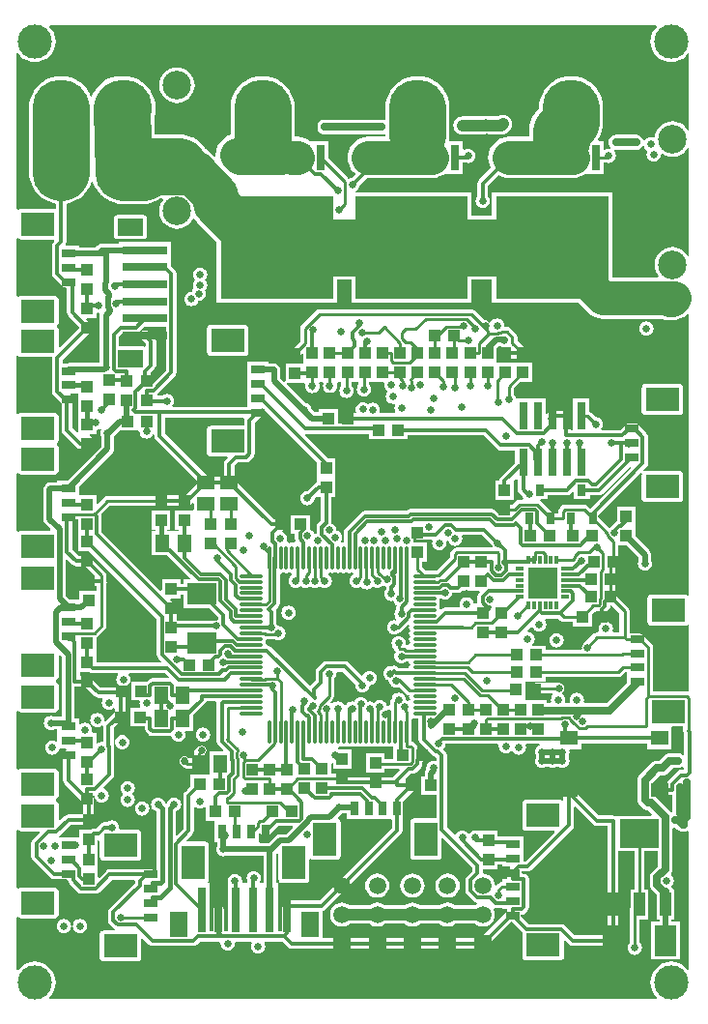
<source format=gtl>
%FSTAX23Y23*%
%MOIN*%
%SFA1B1*%

%IPPOS*%
%ADD10R,0.039370X0.043310*%
%ADD11R,0.043310X0.039370*%
%ADD12R,0.051180X0.059060*%
%ADD13R,0.102360X0.074800*%
%ADD14R,0.102360X0.106300*%
%ADD15R,0.031500X0.013780*%
%ADD16R,0.013780X0.031500*%
%ADD17R,0.137800X0.098430*%
%ADD18R,0.039370X0.078740*%
%ADD19O,0.011810X0.082680*%
%ADD20O,0.082680X0.011810*%
%ADD21R,0.031500X0.039370*%
%ADD22R,0.061020X0.051180*%
%ADD23R,0.059060X0.051180*%
%ADD24R,0.074800X0.106300*%
%ADD25R,0.031500X0.094490*%
%ADD26R,0.051180X0.031500*%
%ADD27R,0.031500X0.051180*%
%ADD28R,0.157480X0.031500*%
%ADD29R,0.031500X0.157480*%
%ADD30R,0.029530X0.089960*%
%ADD31R,0.391540X0.354920*%
%ADD32C,0.011810*%
%ADD33C,0.009840*%
%ADD34C,0.019690*%
%ADD35C,0.015750*%
%ADD36C,0.027560*%
%ADD37C,0.039370*%
%ADD38C,0.118110*%
%ADD39C,0.196850*%
%ADD40C,0.015000*%
%ADD41C,0.177160*%
%ADD42C,0.157480*%
%ADD43R,0.118110X0.082680*%
%ADD44R,0.082680X0.118110*%
%ADD45R,0.090550X0.059060*%
%ADD46R,0.059060X0.090550*%
%ADD47C,0.118110*%
%ADD48C,0.196850*%
%ADD49C,0.098430*%
%ADD50R,0.059060X0.059060*%
%ADD51C,0.059060*%
%ADD52C,0.027170*%
%ADD53C,0.025000*%
%ADD54C,0.078740*%
%LNninja_3_2_pcb-1*%
%LPD*%
G36*
X02107Y00959D02*
X02066Y00918D01*
X02037Y00889*
X01961*
X01959Y00892*
X01958Y00894*
X01959Y009*
X01958Y00906*
X01956Y00912*
X01952Y00917*
X01947Y00921*
X01941Y00923*
X01935Y00924*
X01928Y00923*
X01922Y00921*
X01917Y00917*
X01913Y00912*
X01911Y00906*
X0191Y009*
X01911Y00894*
X0191Y00892*
X01908Y00889*
X01896*
X01894Y00892*
X01893Y00894*
X01894Y009*
X01893Y00906*
X01891Y00912*
X01887Y00917*
X01883Y0092*
X01883Y00924*
X01884Y00925*
X01887Y00927*
X0189Y00933*
X01892Y0094*
X0189Y00946*
X01887Y00952*
X01881Y00955*
X01875Y00957*
X01795*
X01788Y00955*
X01782Y00952*
X01777Y00947*
X01774Y00941*
X01772Y00935*
X01774Y00928*
X01777Y00922*
X01783Y00919*
X0179Y00917*
X01796Y00919*
X01802Y00922*
X01802*
X01851*
X01853Y00917*
X01852Y00917*
X01848Y00912*
X01846Y00906*
X01845Y009*
X01846Y00894*
X01845Y00892*
X01843Y00889*
X01831*
Y009*
X0176*
X01756Y00903*
Y00963*
X01761*
X01828*
Y00977*
X02078*
X02084Y00979*
X0209Y00982*
X02102Y00994*
X02107*
Y00959*
G37*
G36*
X00202Y01523D02*
X00213D01*
Y01472*
Y01411*
X00252*
X00485Y01179*
Y01054*
X00486Y01047*
X0049Y01041*
X00499Y01032*
X00497Y01028*
X00276*
Y01062*
Y01115*
X00281Y01118*
X00307Y01144*
X0031Y01149*
X00312Y01156*
Y01299*
X00313Y01305*
X00312Y0131*
Y01328*
X0031Y01334*
X00307Y0134*
X0026Y01386*
X00257Y0139*
X00251Y01394*
X00245Y01396*
X00214*
X00193Y01417*
Y01517*
X00196Y01523*
X00197Y01524*
X00202Y01523*
G37*
G36*
X00258Y00993D02*
X00265Y00991D01*
X0035*
X00352Y00988*
X00352Y00986*
X00348Y00982*
X00346Y00976*
X00345Y0097*
X00346Y00963*
X00348Y00957*
X00352Y00952*
X00357Y00948*
X00359Y00948*
X00358Y00943*
X0029*
X00257Y00975*
X00251Y00979*
X00245Y00981*
X00219*
Y00996*
X00253*
X00258Y00993*
G37*
G36*
X0027Y00912D02*
X00276Y00908D01*
X00283Y00906*
X00296*
X00298Y00902*
X00298Y00902*
X00296Y00896*
X00295Y0089*
X00296Y00883*
X00298Y00877*
X00302Y00872*
X00307Y00868*
X00313Y00866*
X0032Y00865*
X00326Y00866*
X00332Y00868*
X00336Y00872*
X00338Y00872*
X00341Y0087*
Y00857*
X00308Y00824*
X00304Y00826*
X00304Y0083*
X00303Y00836*
X00301Y00842*
X00297Y00847*
X00292Y00851*
X00286Y00853*
X0028Y00854*
X00273Y00853*
X00267Y00851*
X00262Y00847*
X00258Y00842*
X00256Y00836*
X00255Y0083*
X00256Y00823*
X00258Y00817*
X00262Y00812*
X00267Y00808*
X00273Y00806*
X0028Y00805*
X00286Y00806*
X00292Y00808*
X00296Y00811*
X003Y00809*
X003Y00809*
X003Y00808*
Y00757*
X00296Y00754*
X00295Y00754*
X00288Y00753*
X00282Y00751*
X00281Y0075*
X00276Y00752*
Y00786*
X00263*
X0026Y00791*
X00261Y00796*
X0026Y00803*
X00258Y00809*
X00254Y00814*
X00249Y00818*
X00243Y0082*
X00236Y00821*
X0023Y0082*
X00224Y00818*
X00222Y00816*
X00217Y00818*
Y00835*
X00201*
Y00944*
X00201Y00945*
X00237*
X0027Y00912*
G37*
G36*
X00158Y01047D02*
Y00841D01*
X0013*
X00126Y00843*
X0012Y00844*
X00113Y00843*
X00107Y00841*
X00102Y00837*
X00098Y00832*
X00096Y00826*
X00095Y0082*
X00096Y00813*
X00098Y00807*
X00102Y00802*
X00107Y00798*
X00113Y00796*
X0012Y00795*
X00126Y00796*
X0013Y00798*
X00142*
Y00758*
X00137Y00755*
X00137Y00756*
X00131Y00758*
X00125Y00759*
X00118Y00758*
X00112Y00756*
X00107Y00752*
X00103Y00747*
X00101Y00741*
X001Y00735*
X00101Y00728*
X00103Y00722*
X00107Y00717*
X00112Y00713*
X00118Y00711*
X00125Y0071*
X00131Y00711*
X00137Y00713*
X00142Y00717*
X00146Y00722*
X00148Y00728*
X00149Y00731*
X00172*
X00173Y00726*
X00167Y00722*
X00163Y00716*
X00161Y0071*
Y00623*
X00163Y00616*
X00167Y0061*
X00231Y00545*
Y00504*
X00179*
X00172Y00503*
X00166Y00499*
X0015Y00484*
X00146Y00486*
Y00541*
X00145Y00546*
X00142Y0055*
X00138Y00552*
X00138Y00552*
Y00557*
X00138Y00557*
X00142Y0056*
X00145Y00564*
X00146Y00569*
Y00651*
X00145Y00656*
X00142Y0066*
X00138Y00662*
X00134Y00663*
X00016*
X00011Y00662*
X00007Y0066*
X00007Y00659*
X00002Y00661*
Y00859*
X00007Y00861*
X00007Y0086*
X00011Y00857*
X00016Y00856*
X00134*
X00138Y00857*
X00142Y0086*
X00145Y00864*
X00146Y00869*
Y00951*
X00145Y00956*
X00142Y0096*
X00138Y00962*
X00138Y00962*
Y00967*
X00138Y00967*
X00142Y0097*
X00145Y00974*
X00146Y00979*
Y01052*
X0015Y01054*
X00158Y01047*
G37*
G36*
X02082Y01197D02*
Y01132D01*
X02061*
X02058Y01137*
X02058Y01138*
X02059Y01145*
X02058Y01151*
X02056Y01157*
X02052Y01162*
X02047Y01166*
X02041Y01168*
X02036Y01169*
X02034Y01173*
X02034Y01174*
X02036Y01178*
X02038Y01185*
Y01203*
X02045Y01211*
X02049Y01216*
X0205Y01223*
X02051Y01224*
X02055Y01225*
X02082Y01197*
G37*
G36*
X00194Y01365D02*
X002Y01361D01*
X00206Y0136*
X00238*
X00266Y01332*
X00264Y01328*
X0025*
X00243Y01326*
X00237Y01322*
X00233Y01316*
X00231Y0131*
X00233Y01303*
X00237Y01297*
X00243Y01293*
X0025Y01291*
X00277*
Y01276*
X00218*
Y0125*
X00217Y01245*
X00183*
X00171Y01257*
Y01381*
X00176Y01383*
X00194Y01365*
G37*
G36*
X01142Y01337D02*
X01149Y01335D01*
X01156Y01337*
X01159Y01338*
X0116Y01338*
X01162Y01337*
X01163Y01336*
X01163Y01336*
X01163Y01331*
X01162Y01331*
X01157Y01327*
X01153Y01322*
X01151Y01316*
X0115Y0131*
X01151Y01303*
X01153Y01297*
X01157Y01292*
X01162Y01288*
X01168Y01286*
X01175Y01285*
X01181Y01286*
X01187Y01288*
X0119Y0129*
X01192Y01287*
X01197Y01283*
X01203Y01281*
X0121Y0128*
X01216Y01281*
X01222Y01283*
X01227Y01287*
X0123Y01291*
X01233Y01288*
X01239Y01286*
X01246Y01285*
X01252Y01286*
X01258Y01288*
X01263Y01292*
X01265Y01295*
X01267Y01293*
X01273Y01291*
X01274Y01291*
X01276Y01287*
Y01281*
X01273Y01277*
X01271Y01271*
X0127Y01265*
X01271Y01258*
X01273Y01252*
X01277Y01247*
X01282Y01243*
X01288Y01241*
X01295Y0124*
X013Y01241*
X013Y01241*
X01303Y01235*
X01306Y0123*
X01312Y01226*
X01313Y01225*
X01313Y01225*
X01311Y01218*
Y01211*
X01308Y01207*
X01306Y01201*
X01305Y01195*
X01306Y01188*
X01308Y01182*
X01311Y01178*
X0131Y01175*
X01309Y01173*
X01305Y01174*
X01298Y01173*
X01292Y01171*
X01287Y01167*
X01283Y01162*
X01281Y01156*
X0128Y0115*
X01281Y01143*
X01283Y01137*
X01287Y01132*
X01292Y01128*
X01298Y01126*
X01305Y01125*
X01311Y01126*
X01317Y01128*
X01322Y01132*
X01326Y01133*
X01332Y01137*
X01352Y01157*
X01356Y01154*
X01355Y01149*
X01357Y01142*
X01359Y01139*
X01357Y01136*
X01355Y01129*
X01357Y01122*
X01359Y01119*
X01357Y01116*
X01355Y01109*
X01357Y01102*
X01359Y01099*
X01357Y01096*
X01355Y0109*
X01353Y01087*
X01349*
X01345Y01089*
X01343Y0109*
X01344Y01095*
X01343Y01101*
X01341Y01107*
X01337Y01112*
X01332Y01116*
X01326Y01118*
X0132Y01119*
X01313Y01118*
X01307Y01116*
X01302Y01112*
X01298Y01107*
X01296Y01101*
X01295Y01095*
X01296Y01088*
X01298Y01082*
X01302Y01077*
X01303Y01076*
X01304Y01073*
X01307Y01067*
X0131Y01065*
X01308Y01062*
X01305Y01056*
X01304Y0105*
X01305Y01044*
X01308Y01038*
X01312Y01033*
X01317Y01029*
X01323Y01026*
X01329Y01026*
X01335Y01026*
X01341Y01029*
X01345Y01032*
X01354*
X01355Y0103*
X01357Y01024*
X01359Y01021*
X01357Y01018*
X01355Y01011*
X01354Y01009*
X01319*
X01316Y01012*
X0131Y01016*
X01303Y01018*
X01296Y01016*
X01293Y01014*
X0129Y01015*
X01284Y01014*
X01278Y01011*
X01273Y01008*
X01269Y01002*
X01267Y00997*
X01266Y0099*
X01267Y00984*
X01269Y00978*
X01273Y00973*
X01278Y00969*
X01284Y00967*
X01285Y00966*
X01285Y00966*
X01286Y0096*
X01289Y00954*
X01293Y00949*
X01298Y00945*
X01304Y00942*
X0131Y00942*
X01316Y00942*
X01321Y00944*
X01337Y00927*
X01338Y00927*
X01345Y0092*
X0135Y00916*
X01356Y00915*
X01355Y00912*
X01357Y00905*
X01359Y00902*
X01357Y009*
X01356Y00898*
X01351Y00896*
X01346Y00898*
X01344Y00898*
X01344Y009*
X01343Y00906*
X01341Y00912*
X01337Y00917*
X01332Y00921*
X01326Y00923*
X0132Y00924*
X01313Y00923*
X01307Y00921*
X01302Y00917*
X01298Y00912*
X01296Y00906*
X01296Y00905*
X01294Y00903*
X01291Y00898*
X01289Y00891*
Y00881*
X01285Y00877*
X01285Y00878*
X01282Y00877*
X01278Y0088*
X01278Y00881*
X01276Y00887*
X01272Y00892*
X01267Y00896*
X01261Y00898*
X01255Y00899*
X01248Y00898*
X01242Y00896*
X01237Y00892*
X01235Y00889*
X01232Y00891*
X01226Y00893*
X0122Y00894*
X01213Y00893*
X01212Y00893*
X01211Y00897*
X01207Y00902*
X01202Y00906*
X01196Y00908*
X0119Y00909*
X01183Y00908*
X01177Y00906*
X01172Y00902*
X01168Y00897*
X01167Y00893*
X01166Y00893*
X0116Y00894*
X01153Y00893*
X01147Y00891*
X01142Y00887*
X01141Y00885*
X01137Y00882*
X01136Y00882*
X01136Y00881*
X01133Y00881*
X0113Y00882*
X01127Y00887*
X01122Y00891*
X01116Y00893*
X0111Y00894*
X01103Y00893*
X01097Y00891*
X01092Y00887*
X01092Y00887*
X01087*
X01087Y00887*
X01085Y00888*
X01085Y00893*
X01092Y009*
X01095Y00905*
X01097Y00912*
Y00972*
X01097Y00972*
X01101Y00977*
X01103Y00983*
X01104Y0099*
X01104Y00992*
X01107Y00996*
X01128*
X0117Y00953*
X0117Y0095*
X01171Y00943*
X01173Y00937*
X01177Y00932*
X01182Y00928*
X01188Y00926*
X01195Y00925*
X01201Y00926*
X01207Y00928*
X01212Y00932*
X01216Y00937*
X01218Y00943*
X01218Y00945*
X0122Y0095*
X01226Y00951*
X01232Y00953*
X01237Y00957*
X01241Y00962*
X01243Y00968*
X01244Y00975*
X01243Y00981*
X01241Y00987*
X01237Y00992*
X01232Y00996*
X01226Y00998*
X0122Y00999*
X01213Y00998*
X01207Y00996*
X01202Y00992*
X01198Y00987*
X01197Y00984*
X01191Y00983*
X01148Y01027*
X01142Y01031*
X01135Y01032*
X01069*
X01062Y01031*
X01057Y01027*
X01038Y01008*
X01034Y01002*
X01033Y00995*
Y00967*
X01013Y00947*
X01013Y00947*
X00877Y01082*
X00871Y01086*
X00868Y01087*
X00864Y0109*
X00862Y01096*
X0086Y01099*
X00862Y01102*
X00864Y01109*
X00891*
X00892Y01108*
X00898Y01106*
X00905Y01105*
X00911Y01106*
X00917Y01108*
X00922Y01112*
X00926Y01117*
X00928Y01123*
X00929Y0113*
X00928Y01136*
X00926Y01142*
X00922Y01147*
X00917Y01151*
X00911Y01153*
X00905Y01154*
X00903Y01154*
X00898Y01158*
Y01201*
X00896Y01208*
X00894Y0121*
X00904Y0122*
X00908Y01225*
X00909Y01232*
Y01332*
X00913Y01335*
X0092Y01337*
X00922Y01339*
X00925Y01337*
X00932Y01335*
X00939Y01337*
X00942Y01339*
X00945Y01337*
X00951Y01335*
X00952Y01332*
X00952Y0133*
X00947Y01327*
X00943Y01322*
X00941Y01316*
X0094Y0131*
X00941Y01303*
X00943Y01297*
X00947Y01292*
X00952Y01288*
X00958Y01286*
X00965Y01285*
X00971Y01286*
X00977Y01288*
X00982Y01292*
X00986Y01288*
X00992Y01286*
X00999Y01285*
X01005Y01286*
X01011Y01288*
X01014Y01291*
X01017Y01288*
X01023Y01286*
X0103Y01285*
X01036Y01286*
X01042Y01288*
X01043Y01289*
X01047Y01292*
X01051Y01289*
X01052Y01288*
X01058Y01286*
X01065Y01285*
X01071Y01286*
X01077Y01288*
X01082Y01292*
X01086Y01297*
X01088Y01303*
X01089Y0131*
X01088Y01316*
X01086Y01322*
X01082Y01327*
X01077Y01331*
X01076Y01331*
X01076Y01336*
X0108Y01338*
X01083Y01337*
X0109Y01335*
X01097Y01337*
X011Y01339*
X01103Y01337*
X0111Y01335*
X01116Y01337*
X01119Y01339*
X01122Y01337*
X01129Y01335*
X01136Y01337*
X01139Y01339*
X01142Y01337*
G37*
G36*
X01599Y01269D02*
X01597Y01267D01*
X01593Y01262*
X01592Y01255*
Y01234*
X01591Y01233*
X01579*
X01578Y01236*
X01576Y01242*
X01572Y01247*
X01567Y01251*
X01561Y01253*
X01555Y01254*
X01548Y01253*
X01542Y01251*
X01537Y01247*
X01533Y01242*
X01531Y01236*
X0153Y0123*
X01531Y01223*
X01531Y01222*
X01529Y01218*
X01481*
X01474Y01216*
X01468Y01212*
X01467Y01211*
X01461Y01212*
X01461Y01215*
X01459Y01217*
X01461Y0122*
X01462Y01227*
X01461Y01234*
X01459Y01237*
X01461Y0124*
X01462Y01247*
X01463Y01248*
X01467Y01248*
X01467Y01248*
X01473Y01246*
X0148Y01245*
X01486Y01246*
X01492Y01248*
X01497Y01252*
X01501Y01257*
X01503Y01263*
X01504Y01268*
X01523*
X0153Y0127*
X01536Y01274*
X01537Y01274*
X01598*
X01599Y01269*
G37*
G36*
X02001Y01202D02*
Y01185D01*
X02003Y01178*
X02007Y01172*
X02013Y01168*
X02016Y01167*
X02017Y01162*
X02013Y01157*
X02011Y01151*
X0201Y01145*
X02011Y01138*
X02011Y01137*
X02008Y01132*
X02005*
X01998Y0113*
X01992Y01127*
X01957Y01092*
X01954Y01086*
X01952Y0108*
X01953Y01077*
X01949Y01072*
X01828*
Y01086*
X01782*
X0178Y01091*
X01782Y01092*
X01786Y01097*
X01788Y01103*
X01789Y0111*
X01788Y01116*
X01786Y01122*
X01782Y01127*
X01777Y01131*
X01771Y01133*
X01766Y01134*
X01764Y01139*
X01776Y01151*
X01782Y0115*
X01783Y01147*
X01787Y01142*
X01792Y01138*
X01798Y01136*
X01805Y01135*
X01811Y01136*
X01817Y01138*
X01822Y01142*
X01826Y01147*
X01828Y01153*
X01829Y0116*
X01828Y01166*
X01826Y01172*
X01823Y01175*
X01826Y0118*
X0187*
X01878Y01172*
X01883Y01169*
X0189Y01167*
X01919*
Y01153*
X01986*
Y01194*
X01996Y01204*
X02001Y01202*
G37*
G36*
X00577Y01216D02*
X00663D01*
X00696Y01184*
Y01175*
X00692Y01172*
X0069Y01173*
X00553*
Y01215*
X00551Y01221*
X00547Y01227*
X00531Y01243*
X00533Y01248*
X00566*
Y01263*
X00577*
Y01216*
G37*
G36*
X00622Y00528D02*
X00628Y00526D01*
X00635Y00525*
X00641Y00526*
X00647Y00528*
X00649Y0053*
X00654Y00528*
Y00483*
X0068*
X00685Y00482*
Y00407*
X00693*
Y00395*
X00691Y00391*
X0069Y00385*
X00691Y00378*
X00693Y00372*
X00697Y00367*
X00702Y00363*
X00708Y00361*
X00715Y0036*
X00721Y00361*
X00725Y00363*
X00854*
Y00267*
X00848*
X00844*
X00841Y00271*
X00841Y00272*
X00841Y00272*
X00843Y00278*
X00844Y00285*
X00843Y00291*
X00841Y00297*
X00837Y00302*
X00832Y00306*
X00826Y00308*
X0082Y00309*
X00813Y00308*
X00807Y00306*
X00802Y00302*
X00798Y00297*
X00796Y00291*
X00795Y00285*
X00796Y00278*
X00798Y00272*
X00798Y00272*
Y00267*
X00789*
X00785*
X00781Y00269*
X00779Y00272*
X00779Y00275*
X00778Y00282*
X00776Y00287*
X00772Y00293*
X00767Y00296*
X00761Y00299*
X00755Y003*
X00748Y00299*
X00742Y00296*
X00737Y00293*
X00733Y00287*
X00731Y00282*
X0073Y00275*
X0073Y00272*
X0073Y00267*
X0073*
X0073*
Y00103*
X00717*
X00716Y00103*
Y00176*
X00715Y00183*
X00711Y00189*
X00705Y00193*
X00698Y00195*
X00691Y00193*
X00686Y00189*
X00682Y00183*
X0068Y00176*
Y00103*
X00667*
Y00267*
X00662*
X0066Y00272*
X00663Y00276*
X00664Y00281*
Y00399*
X00663Y00403*
X0066Y00407*
X00656Y0041*
X00652Y00411*
X0059*
X00588Y00415*
X00607Y00435*
X00611Y00441*
X00613Y00448*
Y0053*
X00616Y00532*
X00618Y00532*
X00622Y00528*
G37*
G36*
X0114Y00487D02*
X01293D01*
X01296Y00484*
Y00457*
X01112Y00272*
X01047Y00208*
X00948*
X00941Y00206*
X00935Y00202*
X00922Y00189*
X00918Y00183*
X00916Y00176*
Y00103*
X00903*
Y00267*
X00897*
Y0037*
X009Y00372*
X00905Y0037*
Y00281*
X00906Y00276*
X00908Y00272*
X00912Y00269*
X00917Y00268*
X01*
X01004Y00269*
X01008Y00272*
X01011Y00276*
X01012Y00281*
Y00349*
X01012Y0035*
X01017Y00351*
X01019Y00349*
X01024Y00348*
X01107*
X01111Y00349*
X01115Y00352*
X01118Y00356*
X01119Y00361*
Y00479*
X01118Y00483*
X01115Y00487*
X01112Y00489*
X0111Y00495*
X01122Y00506*
X01125Y00508*
X0114*
Y00487*
G37*
G36*
X01676Y00325D02*
X01703D01*
X01705Y0032*
X01701Y00316*
X01697Y0031*
X01695Y00303*
Y00282*
X01695Y00282*
X01676*
Y00271*
X01675*
X01668Y0027*
X01663Y00266*
X01657Y00261*
X01656Y00259*
X01656Y00259*
X01651Y00261*
X0165Y0027*
X01646Y0028*
X01639Y00289*
X0163Y00296*
X0162Y003*
X0161Y00301*
Y00316*
X01661*
Y00331*
X01676*
Y00325*
G37*
G36*
X02274Y00459D02*
X02281Y00451D01*
X02287Y00447*
X02293Y00445*
X023Y00444*
X02305*
X02311Y00445*
X02317Y00447*
X02318Y00448*
X02322Y00445*
Y-00032*
X02317Y-00033*
X0231Y-00024*
X02299Y-00015*
X02287Y-00009*
X02273Y-00005*
X0226Y-00003*
X02246Y-00005*
X02232Y-00009*
X0222Y-00015*
X02209Y-00024*
X022Y-00035*
X02194Y-00047*
X0219Y-00061*
X02188Y-00075*
X0219Y-00088*
X02194Y-00102*
X022Y-00114*
X02209Y-00125*
X02209Y-00127*
X02207Y-0013*
X00117*
X00115Y-00127*
X00115Y-00125*
X00124Y-00114*
X0013Y-00102*
X00134Y-00088*
X00136Y-00075*
X00134Y-00061*
X0013Y-00047*
X00124Y-00035*
X00115Y-00024*
X00104Y-00015*
X00092Y-00009*
X00078Y-00005*
X00065Y-00003*
X00051Y-00005*
X00037Y-00009*
X00025Y-00015*
X00014Y-00024*
X00007Y-00033*
X00002Y-00032*
Y00149*
X00007Y00151*
X00007Y0015*
X00011Y00147*
X00016Y00146*
X00134*
X00138Y00147*
X00142Y0015*
X00145Y00154*
X00146Y00159*
Y00241*
X00145Y00246*
X00142Y0025*
X00138Y00252*
X00134Y00253*
X00016*
X00011Y00252*
X00007Y0025*
X00007Y00249*
X00002Y00251*
Y00449*
X00007Y00451*
X00007Y0045*
X00011Y00447*
X00016Y00446*
X0008*
X00082Y00442*
X00057Y00417*
X00053Y00412*
X00052Y00405*
Y00359*
X00053Y00352*
X00057Y00347*
X00117Y00287*
X00123Y00283*
X0013Y00281*
X00173*
X00175Y0028*
X00178Y0028*
Y00278*
X00179Y00271*
X00183Y00265*
X00212Y00236*
X00218Y00232*
X00225Y00231*
X00274*
X00281Y00232*
X00287Y00236*
X0033Y00279*
X00406*
X00409Y00275*
Y00267*
X00322Y0018*
X00318Y00174*
X00317Y00168*
Y00139*
X00318Y00132*
X00322Y00127*
X00337Y00112*
X00341Y00109*
X0034Y00104*
X00301*
X00296Y00103*
X00292Y00101*
X00289Y00097*
X00288Y00092*
Y0001*
X00289Y00005*
X00292Y00001*
X00296Y-00001*
X00301Y-00002*
X00419*
X00423Y-00001*
X00427Y00001*
X0043Y00005*
X00431Y0001*
Y00076*
X00435Y00078*
X00458Y00056*
X00463Y00052*
X0047Y00051*
X00611*
X00618Y00052*
X00624Y00056*
X00634Y00066*
X00701*
X00705Y00061*
X00705Y0006*
X00706Y00053*
X00708Y00047*
X00712Y00042*
X00717Y00038*
X00723Y00036*
X0073Y00035*
X00736Y00036*
X00742Y00038*
X00747Y00042*
X00751Y00047*
X00753Y00053*
X00754Y0006*
X00754Y00061*
X00758Y00066*
X00811*
X00813Y00062*
X00813Y00062*
X00811Y00056*
X0081Y0005*
X00811Y00043*
X00813Y00037*
X00817Y00032*
X00822Y00028*
X00828Y00026*
X00835Y00025*
X00841Y00026*
X00847Y00028*
X00852Y00032*
X00856Y00037*
X00858Y00043*
X00859Y0005*
X00858Y00056*
X00856Y00062*
X00856Y00062*
X00858Y00066*
X00917*
X00937Y00047*
X00943Y00043*
X0095Y00041*
X0161*
X01616Y00043*
X01622Y00047*
X0171Y00134*
X01747Y00096*
X01747Y00096*
Y00013*
X01748Y00008*
X01751Y00004*
X01755Y00002*
X01759Y00001*
X01878*
X01882Y00002*
X01886Y00004*
X01889Y00008*
X0189Y00013*
Y00069*
X01894Y00071*
X01908Y00057*
X01914Y00053*
X01921Y00051*
X0206*
X02066Y00053*
X02072Y00057*
X02076Y00063*
X02078Y0007*
Y00195*
Y00378*
X02133*
Y00246*
X02119*
Y00185*
X02117Y00179*
Y00062*
X02117Y00062*
X02113Y00057*
X02111Y00051*
X0211Y00045*
X02111Y00038*
X02113Y00032*
X02117Y00027*
X02122Y00023*
X02128Y00021*
X02135Y0002*
X02141Y00021*
X02147Y00023*
X02152Y00027*
X02156Y00032*
X02158Y00038*
X02159Y00045*
X02158Y00051*
X02156Y00057*
X02152Y00062*
X02152Y00062*
Y00143*
X02182*
Y00246*
X02167*
Y00378*
X02213*
Y00325*
X02194Y00306*
X0219Y00301*
X02187Y00295*
X02186Y00288*
Y00261*
X02187Y00254*
X0219Y00248*
X02194Y00243*
X02209Y00228*
Y00143*
X02219*
Y00134*
X02191*
Y00005*
X0229*
Y00134*
X02262*
Y00143*
X02272*
Y00246*
X02266*
X02266Y00246*
X02263Y00252*
X02261Y00254*
X02262Y00257*
X02266Y00262*
X02268Y00268*
X02269Y00275*
X02268Y00281*
X02266Y00287*
X02262Y00292*
X02261Y00293*
X02261Y00293*
X0226Y003*
X02261Y00301*
X02264Y00308*
X02265Y00314*
Y00456*
X0227Y00459*
X02274Y00459*
G37*
G36*
X0199Y0047D02*
X01996Y00466D01*
X02003Y00465*
X02041*
Y00195*
Y00088*
X01928*
X01895Y00121*
X01889Y00124*
X01882Y00126*
X01769*
X0174Y00154*
X01742Y00159*
X01744*
X01751Y0016*
X01757Y00164*
X01764Y00171*
X01768Y00177*
X01769Y00184*
Y00282*
X01768Y00289*
X01764Y00295*
X01758Y00298*
X01751Y003*
X01746*
X01743Y00305*
X01745Y00307*
X01765*
X01772Y00308*
X01777Y00312*
X01919Y00454*
X01923Y0046*
X01925Y00467*
Y00529*
X01929Y00531*
X0199Y0047*
G37*
G36*
X00955Y0046D02*
X00931Y00436D01*
X0091*
X00905Y00436*
X00902Y00435*
X00899Y00433*
X00895Y0043*
X00871Y00406*
X00843*
X00838Y00407*
Y00437*
X00843Y00438*
X00847Y00432*
X00853Y00428*
X0086Y00426*
X00866Y00428*
X00872Y00432*
X00905Y00465*
X00953*
X00955Y0046*
G37*
G36*
X02302Y00797D02*
X02301Y00791D01*
X02303Y00785*
X02305Y00782*
Y00713*
X023Y0071*
X02297Y00712*
X02291Y00714*
X02285Y00715*
X02255*
X02249Y00714*
X02242Y00712*
X02237Y00708*
X02219Y0069*
X0221*
X02203Y00689*
X02197Y00686*
X02192Y00682*
X02151Y00642*
X02147Y00636*
X02144Y0063*
X02143Y00623*
Y00556*
X02144Y00549*
X02147Y00543*
X02151Y00537*
X02163Y00526*
X02168Y00522*
X02174Y00519*
X0218Y00518*
X02194Y00504*
X02192Y005*
X02069*
X02065Y005*
X0206Y00501*
X02011*
X01925Y00587*
Y0059*
X01923Y00596*
X01919Y00602*
X01913Y00606*
X01907Y00608*
X019Y00606*
X01894Y00602*
X0189Y00596*
X01888Y0059*
Y00555*
X01883Y00553*
X01882Y00554*
X01878Y00555*
X01759*
X01755Y00554*
X01751Y00551*
X01748Y00547*
X01747Y00543*
Y0046*
X01748Y00455*
X01751Y00451*
X01755Y00449*
X01759Y00448*
X01856*
X01858Y00443*
X01757Y00343*
X01751*
Y00374*
Y00429*
X01676*
Y00428*
X01661*
Y0045*
X01598*
X01593Y00447*
X01591Y00448*
X01585Y00449*
X01578Y00448*
X01572Y00446*
X01567Y00442*
X01565Y00439*
X01565Y00439*
X01559*
X01559Y00439*
X01557Y00442*
X01552Y00446*
X01546Y00448*
X0154Y00449*
X01533Y00448*
X01527Y00446*
X01522Y00442*
X01518Y00437*
X01518Y00436*
X01512Y00434*
X01486Y00461*
Y00647*
X01486Y0065*
Y00708*
X01485Y00715*
X01481Y00721*
X01474Y00728*
X01474Y00729*
X01478Y00735*
X01481Y0074*
X01481Y00747*
X01482Y00748*
X01662*
X01665Y00743*
X01665Y0074*
X01666Y00733*
X01668Y00727*
X01672Y00722*
X01677Y00718*
X01683Y00716*
X0169Y00715*
X01696Y00716*
X01702Y00718*
X01707Y00722*
X01708Y00723*
X01713Y00722*
X01713Y00722*
X01717Y00717*
X01722Y00713*
X01728Y00711*
X01735Y0071*
X01741Y00711*
X01747Y00713*
X01752Y00717*
X01756Y00722*
X01758Y00728*
X01759Y00735*
X01758Y00741*
X01757Y00743*
X01761Y00748*
X01805*
X01806Y00743*
X01802Y00741*
X01797Y00737*
X01793Y00732*
X01791Y00726*
X0179Y0072*
X01791Y00714*
X01793Y00709*
Y007*
X01791Y00696*
X0179Y0069*
X01791Y00683*
X01793Y00677*
X01797Y00672*
X01802Y00668*
X01808Y00666*
X01815Y00665*
X01821Y00666*
X01825Y00668*
X01839*
X01843Y00666*
X0185Y00665*
X01856Y00666*
X0186Y00668*
X01874*
X01878Y00666*
X01885Y00665*
X01891Y00666*
X01897Y00668*
X01902Y00672*
X01906Y00677*
X01908Y00683*
X01909Y0069*
X01908Y00696*
X01906Y007*
Y00709*
X01908Y00714*
X01909Y0072*
X01908Y00724*
X01912Y00729*
X01949*
Y00749*
X02177*
Y00729*
X02262*
Y00804*
X02266Y00807*
X02302*
Y00797*
G37*
G36*
X0128Y00738D02*
X01287Y00737D01*
X01294Y00738*
X01297Y0074*
X01299Y00738*
X01301Y00738*
Y00696*
X01271*
Y00715*
X01208*
Y00648*
X01271*
Y00662*
X01322*
X01324Y00657*
X01302Y00635*
X013Y00633*
X01147*
X01137Y00642*
X01131Y00646*
X01125Y00648*
X01118Y00646*
X01115Y00644*
X01086*
Y0068*
X01091Y00683*
X01093Y00682*
Y00663*
X01156*
Y0073*
X01113*
X01112Y0073*
X01112Y00731*
X01111Y00731*
X01111Y00731*
X01111Y00732*
X01115Y00738*
X01116Y00738*
X01119Y0074*
X01122Y00738*
X01129Y00737*
X01136Y00738*
X01139Y0074*
X01142Y00738*
X01149Y00737*
X01156Y00738*
X01159Y0074*
X01162Y00738*
X01169Y00737*
X01175Y00738*
X01178Y0074*
X01181Y00738*
X01188Y00737*
X01195Y00738*
X01198Y0074*
X01201Y00738*
X01208Y00737*
X01215Y00738*
X01218Y0074*
X01221Y00738*
X01228Y00737*
X01235Y00738*
X01237Y0074*
X0124Y00738*
X01247Y00737*
X01254Y00738*
X01257Y0074*
X0126Y00738*
X01267Y00737*
X01274Y00738*
X01277Y0074*
X0128Y00738*
G37*
G36*
X01373Y00835D02*
X01388D01*
Y00763*
X01389Y00756*
X01393Y00751*
X01422Y00721*
X01436Y00708*
X01441Y00704*
X01448Y00703*
X0145Y007*
Y00691*
X01447Y00689*
X01445Y00688*
X0144Y00689*
X01433Y00688*
X01427Y00686*
X01422Y00682*
X01418Y00677*
X01416Y00671*
X01415Y00665*
X01415Y00661*
X01413Y00657*
X0141Y00652*
X0141Y00646*
Y00636*
X01398*
Y00573*
X0145*
Y00491*
X01372*
X01367Y0049*
X01363Y00487*
X01361Y00483*
X0136Y00479*
Y00361*
X01361Y00356*
X01363Y00352*
X01367Y00349*
X01372Y00348*
X01455*
X01459Y00349*
X01463Y00352*
X01466Y00356*
X01467Y00361*
Y00422*
X01471Y00424*
X01574Y00321*
Y00308*
X01555Y00289*
X01551Y00284*
X0155Y00277*
Y00242*
X01551Y00235*
X01555Y0023*
X0158Y00205*
X01585Y00201*
X01588Y00201*
X01589Y00196*
X01589Y00196*
X01583Y00191*
X01515*
X01509Y00196*
X01499Y002*
X01488Y00201*
X01477Y002*
X01467Y00196*
X01462Y00191*
X01394*
X01388Y00196*
X01378Y002*
X01367Y00201*
X01356Y002*
X01346Y00196*
X0134Y00191*
X01272*
X01267Y00196*
X01257Y002*
X01246Y00201*
X01235Y002*
X01225Y00196*
X01219Y00191*
X01151*
X01145Y00196*
X01135Y002*
X01125Y00201*
X01114Y002*
X01104Y00196*
X01095Y00189*
X01088Y0018*
X01084Y0017*
X01083Y0016*
X01084Y00149*
X01088Y00139*
X01095Y0013*
X01104Y00123*
X01114Y00119*
X01125Y00118*
X01135Y00119*
X01145Y00123*
X01151Y00128*
X01219*
X01225Y00123*
X01235Y00119*
X01246Y00118*
X01257Y00119*
X01267Y00123*
X01272Y00128*
X0134*
X01346Y00123*
X01356Y00119*
X01367Y00118*
X01378Y00119*
X01388Y00123*
X01394Y00128*
X01462*
X01467Y00123*
X01477Y00119*
X01488Y00118*
X01499Y00119*
X01509Y00123*
X01515Y00128*
X01583*
X01589Y00123*
X01599Y00119*
X0161Y00118*
X0162Y00119*
X0163Y00123*
X01639Y0013*
X01646Y00139*
X0165Y00149*
X01651Y0016*
X0165Y0017*
X01646Y00179*
X01649Y00183*
X0165Y00183*
X01654Y00182*
X01676*
Y00177*
X01695*
X01695Y00177*
Y0017*
X01693Y00168*
X01602Y00078*
X01058*
X01056Y00081*
Y00171*
X01056Y00172*
X01061Y00173*
X01067Y00177*
X01137Y00247*
X01327Y00437*
X01331Y00443*
X01333Y0045*
Y00525*
Y00547*
X01377Y00592*
X01381Y00598*
X01383Y00605*
X01381Y00611*
X01377Y00617*
X01371Y00621*
X01365Y00623*
X01347*
X01345Y00627*
X01361Y00644*
X01368*
X01375Y00645*
X0138Y00649*
X01397Y00666*
X01401Y00671*
X01402Y00678*
Y00684*
X01414Y00697*
X01418Y00703*
X01419Y0071*
X01418Y00716*
X01414Y00722*
X01408Y00726*
X01401Y00728*
X01395Y00726*
X01389Y00723*
X01386Y00723*
X01384Y00724*
Y00734*
X01383Y0074*
X01379Y00746*
X01373Y00752*
X01367Y00756*
X01364Y00757*
Y00826*
X01363Y00831*
Y00833*
X01368Y00836*
X01373Y00835*
G37*
G36*
X02305Y00666D02*
Y00658D01*
X02294*
X02287Y00657*
X02281Y00653*
X02251Y00623*
X02247Y00617*
X02246Y0061*
Y00608*
X0222*
X02213Y00606*
X02207Y00602*
X02203Y00596*
X02201Y0059*
X02203Y00583*
X02207Y00577*
X02213Y00573*
X0222Y00571*
X02264*
Y0054*
Y00514*
X02259Y00512*
X02257Y00514*
X02209Y00562*
X02204Y00566*
X02197Y00569*
X02195Y00569*
Y00613*
X02221Y00638*
X0223*
X02236Y00639*
X02243Y00642*
X02248Y00646*
X02266Y00664*
X02285*
X02291Y00665*
X02297Y00667*
X023Y00669*
X02305Y00666*
G37*
G36*
X00527Y00979D02*
X00525Y00974D01*
X00469*
X00462Y00973*
X00456Y00969*
X00449Y00962*
X00449Y00961*
X00398*
Y00898*
X00423*
X00426Y00894*
X00426Y00893*
X00425Y00887*
X00426Y00881*
X00428Y00876*
X00425Y00871*
X00393*
Y00808*
X00444*
Y008*
X00446Y00793*
X00449Y00787*
X00456Y0078*
X00462Y00776*
X00469Y00775*
X0053*
X00533Y00775*
X00536Y00773*
X00538Y00767*
X00542Y00762*
X00547Y00758*
X00553Y00756*
X0056Y00755*
X00566Y00756*
X00572Y00758*
X00577Y00762*
X00581Y00767*
X00583Y00773*
X00584Y0078*
X00583Y00786*
X00582Y00788*
X00586Y00793*
X00612*
Y00846*
X00652Y00887*
X00656Y00893*
X00657Y00894*
X00688*
X00692Y0089*
X00691Y0089*
Y00756*
X00693Y0075*
X00697Y00744*
X00715Y00725*
X00713Y00721*
X00667*
Y00641*
X00601*
Y00602*
X00582Y00582*
X00578Y00576*
X00576Y0057*
Y00455*
X00555Y00433*
X0055Y00435*
Y00515*
X00551Y00515*
X00557Y00517*
X00562Y00521*
X00566Y00526*
X00568Y00532*
X00569Y00539*
X00568Y00545*
X00566Y00551*
X00562Y00556*
X00557Y0056*
X00551Y00562*
X00545Y00563*
X00538Y00562*
X00532Y0056*
X00527Y00556*
X00523Y00551*
X00521Y00545*
X00521Y00544*
X00517Y00542*
X00513Y00544*
X00513Y00545*
X00511Y00551*
X00507Y00556*
X00502Y0056*
X00496Y00562*
X0049Y00563*
X00483Y00562*
X00477Y0056*
X00472Y00556*
X00468Y00551*
X00466Y00545*
X00465Y00539*
X00466Y00532*
X00468Y00526*
X00472Y00521*
X00477Y00517*
X00483Y00515*
X00484Y00515*
Y00309*
X00479Y00307*
X00477Y0031*
X00471Y00314*
X00465Y00315*
X00322*
X00315Y00314*
X00309Y0031*
X00286Y00286*
X00281Y00288*
Y00316*
Y00316*
Y00383*
Y00386*
Y00415*
X00284Y00416*
X00288Y00413*
Y00358*
X00289Y00353*
X00292Y00349*
X00296Y00346*
X00301Y00345*
X00419*
X00423Y00346*
X00427Y00349*
X0043Y00353*
X00431Y00358*
Y0044*
X0043Y00445*
X00427Y00449*
X00423Y00451*
X00419Y00452*
X00358*
X00354Y00457*
X00354Y0046*
X00353Y00466*
X00351Y00472*
X00347Y00477*
X00342Y00481*
X00336Y00483*
X0033Y00484*
X00323Y00483*
X00317Y00481*
X00313Y00478*
X00303*
X00296Y00476*
X0029Y00472*
X00287Y00469*
X00284Y00464*
X00275Y00455*
X00267*
X0026Y00454*
X00259Y00453*
X00218*
Y0043*
X00217Y00425*
X00148*
X00147Y0043*
X00151Y00433*
X00186Y00468*
X0025*
X00256Y0047*
X00262Y00474*
X00266Y0048*
X00268Y00486*
Y00553*
X00266Y00559*
X00263Y00564*
X00264Y00569*
X00265Y0057*
X00268Y00569*
X0027Y00567*
X00271Y00563*
X00273Y00557*
X00277Y00552*
X00282Y00548*
X00288Y00546*
X00295Y00545*
X00301Y00546*
X00307Y00548*
X00312Y00552*
X00316Y00557*
X00318Y00563*
X00319Y0057*
X00318Y00576*
X00316Y00582*
X00312Y00587*
X00307Y00591*
X00303Y00592*
X00302Y00598*
X00332Y00628*
X00336Y00634*
X00337Y00641*
Y0074*
X00336Y00743*
Y00801*
X00372Y00837*
X00376Y00843*
X00378Y0085*
Y00925*
X00376Y00931*
X00372Y00937*
X00368Y0094*
X00369Y00945*
X0037Y00945*
X00376Y00946*
X00382Y00948*
X00387Y00952*
X00391Y00957*
X00393Y00963*
X00394Y0097*
X00393Y00976*
X00391Y00982*
X00387Y00986*
X00387Y00988*
X00389Y00991*
X00515*
X00527Y00979*
G37*
G36*
X00425Y01825D02*
X00426Y01818D01*
X00428Y01812*
X00432Y01807*
X00437Y01803*
X00443Y01801*
X0045Y018*
X00456Y01801*
X00462Y01803*
X00467Y01807*
X00471Y01812*
X00471Y01814*
X00476Y01813*
Y01809*
X00478Y01802*
X00482Y01797*
X00629Y01649*
X00584Y01604*
X005*
X00494Y01603*
X00315*
X00308Y01602*
X00303Y01598*
X00281Y01576*
X00276Y01578*
Y01606*
X00217*
Y01634*
X00331Y01748*
X00334Y01753*
X00336Y01758*
X00337Y01764*
X00336Y01769*
X00336Y0177*
Y01808*
X00356Y01828*
X00416*
X00416*
X00422*
X00425Y01825*
G37*
G36*
X0127Y01989D02*
X0127Y01985D01*
X01271Y01979*
X01273Y01973*
X01277Y01968*
X01279Y01966*
X01282Y01963*
X0128Y01959*
X01278Y01957*
X01276Y01951*
X01275Y01945*
X01276Y01938*
X01278Y01932*
X01282Y01927*
X01287Y01923*
X01293Y01921*
X013Y0192*
X01305Y01921*
X01307Y01919*
X01308Y01916*
X01306Y01911*
X01305Y01905*
X01306Y01898*
X01308Y01892*
X01308Y01892*
X01306Y01888*
X01255*
X01253Y01892*
X01253Y01893*
X01254Y019*
X01253Y01906*
X01251Y01912*
X01247Y01917*
X01242Y01921*
X01236Y01923*
X0123Y01924*
X01223Y01923*
X01217Y01921*
X01214Y01918*
X01213Y01918*
X01208Y01922*
X01202Y01925*
X01196Y01925*
X0119Y01925*
X01184Y01922*
X01179Y01918*
X01175Y01913*
X01172Y01907*
X01171Y01901*
X01172Y01895*
X01173Y01893*
X0117Y01888*
X01145*
X01138Y01886*
X01132Y01882*
X01128Y01876*
X01126Y0187*
X01128Y01863*
X01131Y01858*
X0113Y01854*
X01129Y01853*
X01111*
Y01901*
X01044*
Y01891*
X01029*
X01019Y01901*
X01018Y01906*
X01016Y01912*
X01012Y01917*
X01007Y01921*
X01001Y01923*
X00996Y01924*
X00933Y01987*
X00935Y01992*
X00993*
X00995Y01992*
X00998Y01987*
X00997Y01981*
X00998Y01975*
X01001Y01969*
X01005Y01964*
X0101Y0196*
X01014Y01958*
X01015Y01957*
X01022Y01956*
X01028Y01957*
X01029Y01958*
X01034Y0196*
X01039Y01964*
X01043Y01969*
X01046Y01975*
X01046Y01981*
X01046Y01987*
X01045Y01989*
X01048Y01994*
X01056*
X01059Y01989*
X01059Y01987*
X01058Y01981*
X01059Y01975*
X01061Y01969*
X01065Y01964*
X0107Y0196*
X01076Y01957*
X01079Y01957*
X01082Y01956*
X01085Y01957*
X01089Y01957*
X01095Y0196*
X011Y01964*
X01104Y01969*
X01106Y01975*
X01107Y01981*
X01106Y01987*
X01105Y01989*
X01109Y01994*
X01122*
Y01982*
X01122Y01982*
X01118Y01977*
X01116Y01971*
X01115Y01965*
X01116Y01958*
X01118Y01952*
X01122Y01947*
X01127Y01943*
X01133Y01941*
X0114Y0194*
X01146Y01941*
X01152Y01943*
X01157Y01947*
X01161Y01952*
X01163Y01958*
X01164Y01965*
X01163Y01971*
X01161Y01977*
X01157Y01982*
X01157Y01982*
Y01994*
X01182*
Y01987*
X01182Y01987*
X01178Y01982*
X01176Y01976*
X01175Y0197*
X01176Y01963*
X01178Y01957*
X01182Y01952*
X01187Y01948*
X01193Y01946*
X012Y01945*
X01206Y01946*
X01212Y01948*
X01217Y01952*
X01221Y01957*
X01223Y01963*
X01224Y0197*
X01223Y01976*
X01221Y01982*
X01217Y01987*
X01217Y01987*
Y01994*
X01267*
X0127Y01989*
G37*
G36*
X00007Y02085D02*
X00011Y02082D01*
X00016Y02081*
X00123*
X00124Y0208*
Y01963*
X00125Y01956*
X00129Y0195*
X00156Y01923*
Y0183*
X00158Y01823*
X00162Y01817*
X00209Y0177*
X00215Y01766*
X00221Y01765*
X00245*
X00251Y01766*
X00257Y0177*
X00261Y01776*
X00263Y01783*
Y01795*
X00261Y01801*
X00257Y01807*
X00252Y01811*
X00252Y01811*
X00253Y01816*
X00276*
Y0183*
X00281Y01831*
X00287Y01833*
X0029Y01836*
X00294Y01832*
X00293Y01832*
X00291Y01826*
X0029Y0182*
X00291Y01813*
X00293Y01809*
Y01772*
X00176Y01655*
X00142*
Y0165*
X00118*
X00112Y01649*
X00107Y01647*
X00102Y01643*
X00099Y0164*
X00096Y01635*
X00093Y0163*
X00093Y01625*
Y01522*
X00093Y01516*
X00096Y01511*
X00099Y01507*
X00118Y01488*
X00116Y01483*
X00016*
X00011Y01482*
X00007Y0148*
X00007Y01479*
X00002Y01481*
Y01679*
X00007Y01681*
X00007Y0168*
X00011Y01677*
X00016Y01676*
X00134*
X00138Y01677*
X00142Y0168*
X00145Y01684*
X00146Y01689*
Y01771*
X00145Y01776*
X00142Y0178*
Y01785*
X00145Y01789*
X00146Y01794*
Y01876*
X00145Y01881*
X00142Y01885*
X00138Y01887*
X00134Y01888*
X00016*
X00011Y01887*
X00007Y01885*
X00007Y01884*
X00002Y01886*
Y02084*
X00007Y02086*
X00007Y02085*
G37*
G36*
X00213Y01949D02*
Y01944D01*
Y01877*
Y01823*
X00208Y01821*
X00193Y01837*
Y01922*
X00196Y01928*
X00198Y01935*
X00196Y01941*
X00192Y01947*
X00186Y01951*
X00187Y01956*
X00213*
Y01949*
G37*
G36*
X00285Y02235D02*
X00285Y02235D01*
X00289Y0223*
X00288Y0223*
X00288Y02224*
Y02061*
X0018*
X00177Y0206*
X0016*
Y02073*
X00257Y0217*
X00261Y02176*
X00263Y02183*
X00261Y02189*
X00257Y02195*
X00241Y02211*
X00243Y02216*
X00276*
Y02232*
X00281Y02235*
X00285Y02235*
G37*
G36*
X00265Y02685D02*
X00265Y02684D01*
X00265Y02683*
X00268Y02676*
X00271Y02669*
X00272Y02668*
X00272Y02667*
X00276Y02661*
X0028Y02655*
X00281Y02654*
X00282Y02652*
X00286Y02647*
X00291Y02641*
X00292Y0264*
X00293Y0264*
X00299Y02635*
X00305Y0263*
X00306Y02629*
X00307Y02629*
X00313Y02625*
X00319Y02621*
X0032Y0262*
X00322Y0262*
X00328Y02617*
X00335Y02614*
X00337Y02614*
X00338Y02614*
X00345Y02612*
X00352Y0261*
X00353Y0261*
X00355Y0261*
X00362Y0261*
X0037Y02609*
X00437*
X00455Y0261*
X00471Y02614*
X00487Y02621*
X00498Y02628*
X00505*
X00507Y02623*
X00504Y02619*
X00498Y02608*
X00494Y02596*
X00493Y02585*
X00494Y02573*
X00498Y02561*
X00504Y0255*
X00511Y02541*
X0052Y02534*
X00531Y02528*
X00543Y02524*
X00555Y02523*
X00566Y02524*
X00578Y02528*
X00589Y02534*
X00598Y02541*
X00605Y0255*
X00609Y02557*
X00615Y02557*
X00615Y02557*
X00624Y02546*
X00692Y02479*
Y02269*
X01107*
Y02347*
X01157*
Y02269*
X01572*
Y02347*
X01642*
Y02269*
X01938*
X01973Y02234*
X01983Y02225*
X01996Y02219*
X02009Y02215*
X02023Y02213*
X02229*
X02241Y0221*
X02255Y02208*
X02264*
X02278Y0221*
X02292Y02214*
X02304Y0222*
X02315Y02229*
X02317Y02232*
X02317Y02232*
X02322Y0223*
Y01259*
X02317Y01258*
X02317Y01258*
X02313Y01261*
X02309Y01262*
X0219*
X02186Y01261*
X02182Y01258*
X02179Y01254*
X02178Y0125*
Y01167*
X02179Y01162*
X02182Y01158*
X02186Y01156*
X0219Y01155*
X02309*
X02313Y01156*
X02317Y01158*
X02317Y01159*
X02322Y01157*
Y00932*
X02317Y00929*
X02313Y00929*
X02198*
Y01081*
X02197Y01087*
X02193Y01093*
X02164Y01122*
X02159Y01125*
X02152Y01127*
X02117*
Y01205*
X02115Y01211*
X02112Y01217*
X02067Y01262*
Y01315*
Y01357*
X02072Y01362*
X02075Y01368*
X02077Y01375*
Y01431*
X02107*
X02148Y0139*
Y0138*
X02146Y01376*
X02145Y0137*
X02146Y01363*
X02148Y01357*
X02152Y01352*
X02157Y01348*
X02163Y01346*
X0217Y01345*
X02176Y01346*
X02182Y01348*
X02187Y01352*
X02191Y01357*
X02193Y01363*
X02194Y0137*
X02193Y01376*
X02191Y0138*
Y014*
X02191Y01405*
X02188Y0141*
X02185Y01415*
X02136Y01464*
Y01498*
Y01503*
Y01565*
X02073*
Y01515*
X02073*
X02067Y01511*
X02052Y01495*
X02052Y01495*
X02047Y01492*
X02046Y01492*
X02008Y0153*
Y01535*
X02155Y01683*
X02159Y0168*
X02158Y01676*
Y01593*
X02159Y01588*
X02162Y01584*
X02166Y01582*
X0217Y01581*
X02289*
X02293Y01582*
X02297Y01584*
X023Y01588*
X02301Y01593*
Y01676*
X023Y0168*
X02297Y01684*
X02293Y01687*
X02289Y01688*
X0217*
X02166Y01687*
X02163Y01691*
X02175Y01703*
X02179Y01708*
X0218Y01715*
Y01806*
X02179Y01813*
X02175Y01819*
X02146Y01847*
X0214Y01851*
X02133Y01853*
X02116*
X02109Y01851*
X02103Y01847*
X02085Y01829*
X02021*
X02018Y01834*
X02021Y01837*
X02023Y01843*
X02024Y0185*
X02023Y01856*
X02021Y01862*
X02017Y01867*
X02012Y01871*
X02006Y01873*
X02Y01874*
X01999Y01874*
X01984Y0189*
X01978Y01893*
X01976Y01894*
Y01937*
X01921*
Y01829*
X01915*
Y01878*
X01913Y01884*
X01909Y0189*
X01903Y01894*
X01897Y01896*
X01849*
X01842Y01894*
X01836Y0189*
X01831Y01886*
X01826Y01888*
Y01937*
X01724*
X01723Y01941*
X01721Y01947*
X01717Y01952*
X01717Y01952*
Y01973*
X01738Y01994*
X01779*
Y02061*
X01663*
X01658Y02061*
Y02112*
X01665Y02119*
X01671*
X01672Y02118*
X01678Y02116*
X01678Y02116*
X01679Y02114*
X01679Y02111*
X01674Y02107*
X0167Y02101*
X01669Y02095*
X0167Y02088*
X01674Y02082*
X0168Y02078*
X01687Y02076*
X01747*
X01754Y02078*
X0176Y02082*
X01764Y02088*
X01765Y02095*
X01764Y02101*
X0176Y02107*
X01756Y0211*
X01729Y02137*
Y0215*
X01728Y02156*
X01724Y02162*
X01706Y0218*
X01701Y02184*
X01694Y02185*
X01687*
X01684Y02189*
X01684Y0219*
X01683Y02196*
X01681Y02202*
X01677Y02207*
X01672Y02211*
X01666Y02213*
X0166Y02214*
X01653Y02213*
X01647Y02211*
X01642Y02207*
X01638Y02202*
X01638Y02201*
X01632Y022*
X01632Y02202*
X01626Y02205*
X0162Y02207*
X01616*
X01582Y02241*
X01576Y02245*
X0157Y02246*
X01046*
X01039Y02245*
X01034Y02241*
X00985Y02192*
X00981Y02186*
X0098Y0218*
Y02135*
X00949Y02105*
X00946Y02099*
X00944Y02093*
X00946Y02086*
X00949Y02081*
X00955Y02077*
X00961Y02076*
X00968Y02077*
X00973Y02081*
X00986Y02093*
X0099Y02091*
Y02061*
X00986Y02059*
X0093*
Y01997*
X00925Y01995*
X00911Y02009*
Y02037*
X00911Y02043*
X00908Y02048*
X00905Y02052*
X009Y02056*
X00895Y02058*
X0089Y02059*
X00872*
Y02064*
X00797*
Y02009*
Y0196*
Y01911*
X00793Y01909*
X00541*
X00538Y01914*
X00541Y01917*
X00543Y01923*
X00544Y0193*
X00543Y01936*
X00541Y01942*
X00537Y01947*
X00532Y01951*
X00526Y01953*
X0052Y01954*
X00513Y01953*
X00507Y01951*
X00503Y01948*
X00488*
X00486Y01953*
X00487Y01953*
X00548Y02014*
X00552Y0202*
X00553Y02027*
Y02369*
X00552Y02376*
X00548Y02382*
X00535Y02394*
Y02418*
Y02422*
Y02477*
X00354*
Y02472*
X00294*
X00289Y02471*
X00283Y02469*
X00279Y02465*
X00275Y02461*
X00275Y0246*
X00217*
Y02465*
X00173*
X0017Y0247*
X00171Y02471*
X00173Y02478*
Y0261*
X00189Y02614*
X00205Y02621*
X0022Y0263*
X00233Y02641*
X00244Y02655*
X00253Y02669*
X00259Y02685*
X00262Y02685*
X00265Y02685*
G37*
G36*
X00007Y0249D02*
X00011Y02487D01*
X00016Y02486*
X0013*
X00132Y02481*
X00129Y02478*
X00125Y02472*
X00124Y02466*
Y02368*
X00125Y02361*
X00129Y02355*
X00158Y02327*
X00164Y02323*
X00171Y02321*
X00172*
X00175Y02319*
Y02235*
X00176Y02228*
X0018Y02222*
X00219Y02183*
X0015Y02114*
X00146Y02116*
Y02176*
X00145Y02181*
X00142Y02185*
Y0219*
X00145Y02194*
X00146Y02199*
Y02281*
X00145Y02286*
X00142Y0229*
X00138Y02292*
X00134Y02293*
X00016*
X00011Y02292*
X00007Y0229*
X00007Y02289*
X00002Y02291*
Y02489*
X00007Y02491*
X00007Y0249*
G37*
G36*
X00517Y02034D02*
X0047Y01988D01*
X00469Y01988*
X00466Y01992*
X00466Y01993*
X00468Y02*
X00466Y02006*
X00463Y02012*
Y02026*
X00477Y02041*
X00481Y02047*
X00483Y02053*
Y02135*
X00481Y02141*
X00477Y02147*
X00457Y02167*
X00451Y02171*
X00445Y02173*
X00438Y02171*
X00432Y02167*
X00428Y02161*
X00426Y02155*
X00428Y02148*
X00432Y02142*
X00446Y02127*
Y0212*
X00441Y02116*
X0044Y02117*
X00355*
Y02151*
X00368Y02164*
X00413*
X0042Y02165*
X00426Y02169*
X00442Y02186*
X00517*
Y02034*
G37*
G36*
X01216Y01798D02*
X01278D01*
X01283*
X01283*
X0135*
Y01811*
X01611*
X01659Y01764*
X01665Y0176*
X01672Y01759*
X01721*
Y01715*
X01672Y01666*
X01668Y0166*
X01667Y01655*
X01653*
Y01588*
X01716*
Y01655*
X01716Y01655*
X0172Y01659*
X01721Y01658*
X0173*
Y01626*
X01732Y01619*
X01736Y01613*
X01746Y01602*
X01748Y01597*
X0175Y01595*
X01748Y0159*
X01737*
X01731Y01589*
X01725Y01585*
X01712Y01572*
X01685*
X01678Y0157*
X01672Y01567*
X01669Y01561*
X01667Y01555*
X01669Y01548*
X01669Y01547*
X01667Y01542*
X01665Y01541*
X01654Y01552*
X01648Y01556*
X01641Y01558*
X0136*
X01353Y01556*
X01347Y01552*
X01346Y01551*
X01203*
X01196Y0155*
X0119Y01546*
X01136Y01492*
X01132Y01486*
X01131Y01479*
Y01444*
X01129Y01442*
X01123Y01441*
X0112Y01444*
X01119Y01445*
X01119Y01445*
X01121Y01447*
X01123Y01453*
X01124Y0146*
X01123Y01466*
X01121Y01472*
X01117Y01477*
X01112Y01481*
X01106Y01483*
X01104Y01483*
X01104Y01484*
X01103Y01491*
X01101Y01497*
X01097Y01502*
X01092Y01506*
X01087Y01507*
X01088Y01509*
Y01599*
X01101*
Y01666*
Y01733*
X01075*
X00996Y01812*
X00996Y01813*
X00998Y01816*
X01216*
Y01798*
G37*
G36*
X02209Y03222D02*
X02209Y0322D01*
X022Y03209*
X02194Y03197*
X0219Y03183*
X02188Y0317*
X0219Y03156*
X02194Y03142*
X022Y0313*
X02209Y03119*
X0222Y0311*
X02232Y03104*
X02246Y031*
X0226Y03098*
X02273Y031*
X02287Y03104*
X02299Y0311*
X0231Y03119*
X02317Y03128*
X02322Y03127*
Y02864*
X02317Y02863*
X02315Y02867*
X02308Y02876*
X02299Y02884*
X02288Y02889*
X02276Y02893*
X02265Y02894*
X02253Y02893*
X02241Y02889*
X0223Y02884*
X02221Y02876*
X02214Y02867*
X02208Y02856*
X02204Y02845*
X02204Y0284*
X02199Y02837*
X02196Y02838*
X0219Y02839*
X02183Y02838*
X02177Y02836*
X02172Y02832*
X02169Y02828*
X02167Y02828*
X02164Y02829*
X02164Y02829*
X02162Y02834*
X02158Y0284*
X02152Y02844*
X02146Y02846*
X0214Y02847*
X0207*
X02063Y02846*
X02057Y02844*
X02051Y0284*
X02047Y02834*
X02045Y02828*
X02044Y02821*
X02045Y02815*
X02047Y02808*
X02051Y02803*
X02051Y02803*
X02049Y02798*
X02045Y02799*
X02038Y02798*
X02032Y02796*
X02031Y02795*
X02026Y02797*
Y02826*
X02009*
X02007Y02831*
X02013Y02842*
X0202Y02858*
X02024Y02875*
X02025Y02892*
Y0294*
X02024Y02957*
X0202Y02974*
X02013Y0299*
X02004Y03005*
X01993Y03018*
X0198Y03029*
X01965Y03038*
X01949Y03045*
X01932Y03049*
X01915Y0305*
X01897Y03049*
X0188Y03045*
X01864Y03038*
X0185Y03029*
X01836Y03018*
X01825Y03005*
X01816Y0299*
X01809Y02974*
X01805Y02957*
X01804Y0294*
Y02938*
X01802Y02936*
X01791Y02923*
X01782Y02908*
X01775Y02892*
X01771Y02875*
X0177Y02858*
Y02841*
X017*
X01686Y02839*
X01672Y02835*
X0166Y02829*
X01649Y0282*
X0164Y02809*
X01634Y02797*
X0163Y02783*
X01628Y0277*
X0163Y02756*
X01634Y02742*
X01638Y02734*
X01597Y02692*
X01593Y02686*
X01591Y0268*
Y02636*
X01588Y02632*
X01586Y02626*
X01585Y0262*
X01586Y02613*
X01588Y02607*
X01592Y02602*
X01597Y02598*
X01603Y02596*
X0161Y02595*
X01616Y02596*
X01622Y02598*
X01627Y02602*
X01631Y02607*
X01633Y02613*
X01634Y0262*
X01633Y02626*
X01631Y02632*
X01628Y02636*
Y02672*
X01664Y02708*
X01672Y02704*
X01686Y027*
X017Y02698*
X0192*
X01934Y027*
X01947Y02704*
X01959Y0271*
X01962Y02713*
X02026*
Y02752*
X02034*
X02038Y02751*
X02045Y0275*
X02051Y02751*
X02057Y02753*
X02062Y02757*
X02066Y02762*
X02068Y02768*
X02069Y02775*
X02068Y02781*
X02066Y02787*
X02062Y02791*
X02063Y02793*
X02064Y02796*
X0207Y02795*
X0214*
X02146Y02796*
X02152Y02799*
X02158Y02803*
X02161Y02807*
X02162Y02807*
X02165Y02807*
X02166Y02807*
X02168Y02802*
X02172Y02797*
X02175Y02795*
X02177Y02793*
X02177Y02788*
X02176Y02786*
X02175Y0278*
X02176Y02773*
X02178Y02767*
X02182Y02762*
X02187Y02758*
X02193Y02756*
X022Y02755*
X02206Y02756*
X02212Y02758*
X02217Y02762*
X02221Y02767*
X02223Y02773*
X02224Y0278*
X02224Y0278*
X02229Y02783*
X0223Y02782*
X02241Y02776*
X02253Y02772*
X02265Y02771*
X02276Y02772*
X02288Y02776*
X02299Y02782*
X02308Y02789*
X02315Y02799*
X02317Y02802*
X02322Y02801*
Y02431*
X02317Y0243*
X02315Y02434*
X02308Y02443*
X02299Y0245*
X02288Y02456*
X02276Y0246*
X02265Y02461*
X02253Y0246*
X02241Y02456*
X0223Y0245*
X02221Y02443*
X02214Y02434*
X02208Y02423*
X02204Y02411*
X02203Y024*
X02204Y02388*
X02208Y02376*
X02214Y02365*
X02217Y02361*
X02215Y02356*
X02057*
Y02647*
X01642*
Y02568*
X01572*
Y02647*
X0117*
X01169Y02652*
X01172Y02653*
X01177Y02657*
X01181Y02662*
X01183Y02668*
X01184Y02673*
X01209Y02699*
X01215Y02698*
X01415*
X01425Y02699*
X01435Y02698*
X01449Y027*
X01462Y02704*
X01474Y0271*
X01477Y02713*
X01541*
Y02751*
X01552*
X01553Y02751*
X0156Y0275*
X01566Y02751*
X01572Y02753*
X01577Y02757*
X01581Y02762*
X01583Y02768*
X01584Y02775*
X01583Y02781*
X01581Y02787*
X01577Y02792*
X01572Y02796*
X01566Y02798*
X0156Y02799*
X01553Y02798*
X01547Y02796*
X01546Y02795*
X01541Y02797*
Y02826*
X01496*
X01493Y0283*
X01494Y02832*
X01495Y0285*
Y0294*
X01494Y02957*
X0149Y02974*
X01483Y0299*
X01474Y03005*
X01463Y03018*
X0145Y03029*
X01435Y03038*
X01419Y03045*
X01402Y03049*
X01385Y0305*
X01367Y03049*
X0135Y03045*
X01334Y03038*
X0132Y03029*
X01306Y03018*
X01295Y03005*
X01286Y0299*
X01279Y02974*
X01275Y02957*
X01274Y0294*
Y02902*
X01269Y02898*
X01266Y02899*
X0126Y029*
X01065*
X01058Y02899*
X01052Y02897*
X01046Y02893*
X01042Y02887*
X0104Y02881*
X01039Y02875*
X0104Y02868*
X01042Y02862*
X01046Y02856*
X01052Y02852*
X01058Y0285*
X01065Y02849*
X0126*
X01266Y0285*
X01268Y0285*
X01273Y02848*
X01273Y02845*
X01269Y02841*
X01215*
X01201Y02839*
X01187Y02835*
X01175Y02829*
X01164Y0282*
X01155Y02809*
X01149Y02797*
X01145Y02783*
X01143Y0277*
X01145Y02756*
X01149Y02742*
X01155Y0273*
X01164Y02719*
X01169Y02715*
X01169Y0271*
X01158Y02699*
X01153Y02698*
X01147Y02696*
X01147Y02696*
X01145Y02698*
X01076Y02767*
Y02826*
X01012*
X01009Y02829*
X00997Y02835*
X00984Y02839*
X0097Y02841*
X0096*
Y0294*
X00959Y02957*
X00955Y02974*
X00948Y0299*
X00939Y03005*
X00928Y03018*
X00915Y03029*
X009Y03038*
X00884Y03045*
X00867Y03049*
X0085Y0305*
X00832Y03049*
X00815Y03045*
X00799Y03038*
X00785Y03029*
X00771Y03018*
X0076Y03005*
X00751Y0299*
X00744Y02974*
X0074Y02957*
X00739Y0294*
Y02847*
X00732Y02845*
X0072Y02838*
X00709Y0283*
X007Y02819*
X00693Y02807*
X00689Y02793*
X00688Y02779*
X00688Y02775*
X00684Y02773*
X00674Y02783*
X00663Y02792*
X00653Y02798*
X0065Y02803*
X00639Y02816*
X00626Y02828*
X00611Y02837*
X00595Y02843*
X00578Y02847*
X00561Y02849*
X00477*
X00476Y0291*
X00479Y02922*
X0048Y0294*
X00479Y02957*
X00475Y02974*
X00468Y0299*
X00459Y03005*
X00448Y03018*
X00435Y03029*
X0042Y03038*
X00404Y03045*
X00387Y03049*
X0037Y0305*
X00366Y0305*
X00362Y0305*
X00345Y03048*
X00328Y03044*
X00312Y03037*
X00297Y03027*
X00285Y03016*
X00274Y03002*
X00265Y02987*
X00262Y0298*
X00257Y0298*
X00253Y0299*
X00244Y03005*
X00233Y03018*
X0022Y03029*
X00205Y03038*
X00189Y03045*
X00172Y03049*
X00155Y0305*
X00137Y03049*
X0012Y03045*
X00104Y03038*
X0009Y03029*
X00076Y03018*
X00065Y03005*
X00056Y0299*
X00049Y02974*
X00045Y02957*
X00044Y0294*
Y0272*
X00045Y02702*
X00049Y02685*
X00056Y02669*
X00065Y02655*
X00076Y02641*
X0009Y0263*
X00104Y02621*
X0012Y02614*
X00136Y0261*
Y02596*
X00134Y02593*
X00016*
X00011Y02592*
X00007Y0259*
X00007Y02589*
X00002Y02591*
Y03127*
X00007Y03128*
X00014Y03119*
X00025Y0311*
X00037Y03104*
X00051Y031*
X00065Y03098*
X00078Y031*
X00092Y03104*
X00104Y0311*
X00115Y03119*
X00124Y0313*
X0013Y03142*
X00134Y03156*
X00136Y0317*
X00134Y03183*
X0013Y03197*
X00124Y03209*
X00115Y0322*
X00115Y03222*
X00117Y03225*
X02207*
X02209Y03222*
G37*
G36*
X01644Y01429D02*
X01642Y01424D01*
X0152*
X01514Y01423*
X01508Y01419*
X01502Y01413*
X01498Y01407*
X01497Y01401*
Y01391*
X0145Y01344*
X01445*
X01444Y01344*
X01415*
X01402Y01357*
Y01374*
X01416*
Y01441*
X01374*
X0137Y01446*
X0137Y01449*
X01369Y01455*
X01367Y01459*
X01372Y01462*
X01377Y01456*
X01383Y01453*
X0139Y01451*
X01434*
X01436Y01447*
X01436Y01446*
X01435Y0144*
X01436Y01433*
X01438Y01427*
X01442Y01422*
X01447Y01418*
X01453Y01416*
X0146Y01415*
X01466Y01416*
X01472Y01418*
X01477Y01422*
X01481Y01427*
X01483Y01433*
X01484Y0144*
X01483Y01445*
X01487Y01449*
X01491Y01448*
X01491Y01448*
X01493Y01442*
X01497Y01437*
X01502Y01433*
X01508Y01431*
X01515Y0143*
X01521Y01431*
X01527Y01433*
X01532Y01437*
X01536Y01442*
X01538Y01448*
X01539Y01455*
X01538Y01461*
X01537Y01463*
X01541Y01468*
X01606*
X01644Y01429*
G37*
G36*
X01038Y01719D02*
Y01666D01*
Y0165*
X01036Y01649*
X0103Y01645*
X01003Y01619*
X00998Y01618*
X00992Y01616*
X00987Y01612*
X00983Y01607*
X00981Y01601*
X0098Y01595*
X00981Y01588*
X00983Y01582*
X00987Y01577*
X00992Y01573*
X00998Y01571*
X01005Y0157*
X01011Y01571*
X01017Y01573*
X01022Y01577*
X01026Y01582*
X01028Y01588*
X01029Y01593*
X01033Y01598*
X01038Y01599*
X01051*
Y01516*
X01042Y01507*
X01038Y01501*
X01037Y01494*
Y01474*
X01033Y01473*
X01028Y01471*
X01026Y01477*
X01022Y01482*
X01017Y01486*
X01015Y01487*
Y01536*
X00948*
Y01473*
X00962*
Y01454*
X00963Y01447*
X00962Y01442*
X00959Y01441*
X00952Y01442*
X00945Y01441*
X00942Y01439*
X00939Y01441*
X00936Y01442*
X00933Y01447*
X00933Y01448*
X00934Y01455*
X00933Y01461*
X00931Y01467*
X00927Y01472*
X00922Y01476*
X00919Y01477*
X00918Y01483*
X00927Y01492*
X00931Y01498*
X00933Y01505*
X00931Y01511*
X00927Y01517*
X00921Y01521*
X00915Y01523*
X00887*
X00753Y01657*
Y01705*
X00765Y01718*
X00793*
X008Y0172*
X00806Y01723*
X00817Y01735*
X00821Y0174*
X00823Y01747*
Y01855*
X00846Y01878*
X0085Y01884*
X00851Y01891*
X0085Y01898*
X00846Y01903*
X00847Y01907*
X00848Y01908*
X00848Y01908*
X01038Y01719*
G37*
G36*
X00613Y01576D02*
Y01557D01*
X00611Y01553*
X00548*
Y01486*
X00561*
Y01481*
X00542*
X00537*
X0052*
Y01486*
X00531*
Y01553*
X00468*
Y01486*
X00479*
Y01481*
X00467*
Y01398*
X0052*
X00599Y0132*
X00597Y01315*
X00577*
Y01299*
X00566*
Y01315*
X00503*
Y01278*
X00498Y01276*
X00294Y0148*
Y01533*
X00293Y0154*
X00293Y0154*
X00322Y01569*
X00494*
X005Y01568*
X00592*
X00599Y0157*
X00604Y01574*
X00609Y01578*
X00613Y01576*
G37*
G36*
X00788Y01868D02*
X00786Y01863D01*
Y01844*
X00671*
X00666Y01843*
X00662Y01841*
X00659Y01837*
X00658Y01832*
Y0175*
X00659Y01745*
X00662Y01741*
X00666Y01738*
X00671Y01737*
X00727*
X00729Y01733*
X00722Y01726*
X00718Y0172*
X00716Y01713*
Y01667*
X00662*
X00513Y01817*
Y01873*
X00785*
X00788Y01868*
G37*
G36*
X02119Y01705D02*
X02121Y017D01*
X01979Y01558*
X01971Y01567*
X01965Y01571*
X01959Y01572*
X01894*
X01888Y01571*
X01882Y01567*
X01876Y01561*
X01872Y01555*
X01871Y01549*
Y01543*
X01851*
X01809Y01585*
X01807Y01586*
X01809Y01591*
X01834*
Y01605*
X019*
X01907Y01606*
X01912Y0161*
X0192Y01617*
X01924Y01616*
Y01591*
X01979*
Y01605*
X02011*
X02018Y01606*
X02024Y0161*
X02119Y01705*
X02119*
G37*
%LNninja_3_2_pcb-2*%
%LPC*%
G36*
X0094Y01224D02*
X00933Y01223D01*
X00927Y01221*
X00922Y01217*
X00918Y01212*
X00916Y01206*
X00915Y012*
X00916Y01193*
X00918Y01187*
X00922Y01182*
X00927Y01178*
X00933Y01176*
X0094Y01175*
X00946Y01176*
X00952Y01178*
X00957Y01182*
X00961Y01187*
X00963Y01193*
X00964Y012*
X00963Y01206*
X00961Y01212*
X00957Y01217*
X00952Y01221*
X00946Y01223*
X0094Y01224*
G37*
G36*
X01865Y01129D02*
X01858Y01128D01*
X01852Y01126*
X01847Y01122*
X01843Y01117*
X01841Y01111*
X0184Y01105*
X01841Y01098*
X01843Y01092*
X01847Y01087*
X01852Y01083*
X01858Y01081*
X01865Y0108*
X01871Y01081*
X01877Y01083*
X01882Y01087*
X01886Y01092*
X01888Y01098*
X01889Y01105*
X01888Y01111*
X01886Y01117*
X01882Y01122*
X01877Y01126*
X01871Y01128*
X01865Y01129*
G37*
G36*
X00165Y00144D02*
X00158Y00143D01*
X00152Y00141*
X00147Y00137*
X00143Y00132*
X00141Y00126*
X0014Y0012*
X00141Y00113*
X00143Y00107*
X00147Y00102*
X00152Y00098*
X00158Y00096*
X00165Y00095*
X00171Y00096*
X00177Y00098*
X00182Y00102*
X00186Y00107*
X00188Y00113*
X00189Y0012*
X00188Y00126*
X00186Y00132*
X00182Y00137*
X00177Y00141*
X00171Y00143*
X00165Y00144*
G37*
G36*
X0022D02*
X00213Y00143D01*
X00207Y00141*
X00202Y00137*
X00198Y00132*
X00196Y00126*
X00195Y0012*
X00196Y00113*
X00198Y00107*
X00202Y00102*
X00207Y00098*
X00213Y00096*
X0022Y00095*
X00226Y00096*
X00232Y00098*
X00237Y00102*
X00241Y00107*
X00243Y00113*
X00244Y0012*
X00243Y00126*
X00241Y00132*
X00237Y00137*
X00232Y00141*
X00226Y00143*
X0022Y00144*
G37*
G36*
X01488Y00301D02*
X01477Y003D01*
X01467Y00296*
X01459Y00289*
X01452Y0028*
X01448Y0027*
X01447Y0026*
X01448Y00249*
X01452Y00239*
X01459Y0023*
X01467Y00223*
X01477Y00219*
X01488Y00218*
X01499Y00219*
X01509Y00223*
X01518Y0023*
X01524Y00239*
X01529Y00249*
X0153Y0026*
X01529Y0027*
X01524Y0028*
X01518Y00289*
X01509Y00296*
X01499Y003*
X01488Y00301*
G37*
G36*
X01367D02*
X01356Y003D01*
X01346Y00296*
X01338Y00289*
X01331Y0028*
X01327Y0027*
X01325Y0026*
X01327Y00249*
X01331Y00239*
X01338Y0023*
X01346Y00223*
X01356Y00219*
X01367Y00218*
X01378Y00219*
X01388Y00223*
X01396Y0023*
X01403Y00239*
X01407Y00249*
X01409Y0026*
X01407Y0027*
X01403Y0028*
X01396Y00289*
X01388Y00296*
X01378Y003*
X01367Y00301*
G37*
G36*
X01246D02*
X01235Y003D01*
X01225Y00296*
X01216Y00289*
X0121Y0028*
X01205Y0027*
X01204Y0026*
X01205Y00249*
X0121Y00239*
X01216Y0023*
X01225Y00223*
X01235Y00219*
X01246Y00218*
X01257Y00219*
X01267Y00223*
X01275Y0023*
X01282Y00239*
X01286Y00249*
X01287Y0026*
X01286Y0027*
X01282Y0028*
X01275Y00289*
X01267Y00296*
X01257Y003*
X01246Y00301*
G37*
G36*
X00645Y00804D02*
X00638Y00803D01*
X00632Y00801*
X00627Y00797*
X00623Y00792*
X00621Y00786*
X0062Y0078*
X00621Y00773*
X00623Y00767*
X00627Y00762*
X00632Y00758*
X00638Y00756*
X00645Y00755*
X00651Y00756*
X00657Y00758*
X00662Y00762*
X00666Y00767*
X00668Y00773*
X00669Y0078*
X00668Y00786*
X00666Y00792*
X00662Y00797*
X00657Y00801*
X00651Y00803*
X00645Y00804*
G37*
G36*
X00366Y00778D02*
X0036Y00777D01*
X00354Y00774*
X00349Y0077*
X00345Y00765*
X00342Y00759*
X00341Y00753*
X00342Y00747*
X00345Y00741*
X00349Y00736*
X00354Y00732*
X0036Y00729*
X00366Y00729*
X00372Y00729*
X00378Y00732*
X00383Y00736*
X00387Y00741*
X0039Y00747*
X0039Y00753*
X0039Y00759*
X00387Y00765*
X00383Y0077*
X00378Y00774*
X00372Y00777*
X00366Y00778*
G37*
G36*
X00435Y00549D02*
X00428Y00548D01*
X00422Y00546*
X00417Y00542*
X00413Y00537*
X00411Y00531*
X0041Y00525*
X00411Y00518*
X00413Y00512*
X00417Y00507*
X00422Y00503*
X00428Y00501*
X00435Y005*
X00441Y00501*
X00447Y00503*
X00452Y00507*
X00456Y00512*
X00458Y00518*
X00459Y00525*
X00458Y00531*
X00456Y00537*
X00452Y00542*
X00447Y00546*
X00441Y00548*
X00435Y00549*
G37*
G36*
X00385Y00619D02*
X00378Y00618D01*
X00372Y00616*
X00367Y00612*
X00363Y00607*
X00361Y00601*
X0036Y00595*
X00361Y00588*
X00363Y00582*
X00367Y00577*
X00367Y00577*
Y00572*
X00367Y00572*
X00363Y00567*
X00361Y00561*
X0036Y00555*
X00361Y00548*
X00363Y00542*
X00367Y00537*
X00372Y00533*
X00378Y00531*
X00385Y0053*
X00391Y00531*
X00397Y00533*
X00402Y00537*
X00406Y00542*
X00408Y00548*
X00409Y00555*
X00408Y00561*
X00406Y00567*
X00402Y00572*
X00402Y00572*
Y00577*
X00402Y00577*
X00406Y00582*
X00408Y00588*
X00409Y00595*
X00408Y00601*
X00406Y00607*
X00402Y00612*
X00397Y00616*
X00391Y00618*
X00385Y00619*
G37*
G36*
X0064Y00742D02*
X00633Y0074D01*
X00627Y00737*
X00618Y00727*
X00614Y00721*
X00613Y00715*
Y00697*
X00596*
X00592Y007*
X00587Y00704*
X0058Y00705*
X00574Y00704*
X00568Y007*
X00565Y00695*
X00563Y00688*
X00565Y00682*
X00568Y00676*
X00577Y00667*
X00582Y00664*
X00589Y00662*
X0063*
X00636Y00664*
X00642Y00667*
X00645Y00673*
X00647Y0068*
Y00708*
X00652Y00712*
X00655Y00718*
X00657Y00725*
X00655Y00731*
X00652Y00737*
X00646Y0074*
X0064Y00742*
G37*
G36*
X00635Y02389D02*
X00628Y02388D01*
X00622Y02386*
X00617Y02382*
X00613Y02377*
X00611Y02371*
X0061Y02365*
X00611Y02358*
X00613Y02352*
X00614Y02351*
X00617Y02347*
X00614Y02343*
X00613Y02342*
X00611Y02336*
X0061Y0233*
X00611Y02323*
X00613Y02318*
X00612Y02317*
X00608Y02312*
X00606Y02306*
X00606Y02305*
X00605Y02305*
X00598Y02304*
X00592Y02302*
X00587Y02298*
X00583Y02293*
X00581Y02287*
X0058Y02281*
X00581Y02274*
X00583Y02268*
X00587Y02263*
X00592Y02259*
X00598Y02257*
X00605Y02256*
X00611Y02257*
X00617Y02259*
X00622Y02263*
X00626Y02268*
X00628Y02274*
X00628Y02275*
X0063Y02275*
X00636Y02276*
X00642Y02278*
X00647Y02282*
X00651Y02287*
X00653Y02293*
X00654Y023*
X00653Y02306*
X00651Y02311*
X00652Y02312*
X00656Y02317*
X00658Y02323*
X00659Y0233*
X00658Y02336*
X00656Y02342*
X00655Y02343*
X00652Y02347*
X00655Y02351*
X00656Y02352*
X00658Y02358*
X00659Y02365*
X00658Y02371*
X00656Y02377*
X00652Y02382*
X00647Y02386*
X00641Y02388*
X00635Y02389*
G37*
G36*
X0044Y02571D02*
X00349D01*
X00344Y0257*
X0034Y02567*
X00338Y02563*
X00337Y02559*
Y025*
X00338Y02495*
X0034Y02491*
X00344Y02488*
X00349Y02487*
X0044*
X00444Y02488*
X00448Y02491*
X00451Y02495*
X00452Y025*
Y02559*
X00451Y02563*
X00448Y02567*
X00444Y0257*
X0044Y02571*
G37*
G36*
X02289Y01988D02*
X0217D01*
X02166Y01987*
X02162Y01984*
X02159Y0198*
X02158Y01976*
Y01893*
X02159Y01888*
X02162Y01884*
X02166Y01882*
X0217Y01881*
X02289*
X02293Y01882*
X02297Y01884*
X023Y01888*
X02301Y01893*
Y01976*
X023Y0198*
X02297Y01984*
X02293Y01987*
X02289Y01988*
G37*
G36*
X02175Y02204D02*
X02168Y02203D01*
X02162Y02201*
X02157Y02197*
X02153Y02192*
X02151Y02186*
X0215Y0218*
X02151Y02173*
X02153Y02167*
X02157Y02162*
X02162Y02158*
X02168Y02156*
X02175Y02155*
X02181Y02156*
X02187Y02158*
X02192Y02162*
X02196Y02167*
X02198Y02173*
X02199Y0218*
X02198Y02186*
X02196Y02192*
X02192Y02197*
X02187Y02201*
X02181Y02203*
X02175Y02204*
G37*
G36*
X00789Y02192D02*
X00671D01*
X00666Y02191*
X00662Y02189*
X00659Y02185*
X00658Y0218*
Y02098*
X00659Y02093*
X00662Y02089*
X00666Y02086*
X00671Y02085*
X00789*
X00793Y02086*
X00797Y02089*
X008Y02093*
X00801Y02098*
Y0218*
X008Y02185*
X00797Y02189*
X00793Y02191*
X00789Y02192*
G37*
G36*
X0168Y02916D02*
X01671Y02915D01*
X01664Y02912*
X01663Y02911*
X01621*
X0162Y02912*
X01618Y02911*
X0154*
X01531Y0291*
X01524Y02907*
X01517Y02902*
X01512Y02895*
X01509Y02888*
X01508Y0288*
X01509Y02871*
X01512Y02864*
X01517Y02857*
X01524Y02852*
X01531Y02849*
X0154Y02848*
X01675*
X01683Y02849*
X0169Y02852*
X01697Y02857*
X01702Y02862*
X01707Y02869*
X0171Y02876*
X01711Y02885*
X0171Y02893*
X01707Y029*
X01702Y02907*
X01695Y02912*
X01688Y02915*
X0168Y02916*
G37*
G36*
X00555Y03079D02*
X00543Y03078D01*
X00531Y03074*
X0052Y03069*
X00511Y03061*
X00504Y03052*
X00498Y03041*
X00494Y0303*
X00493Y03018*
X00494Y03006*
X00498Y02994*
X00504Y02984*
X00511Y02974*
X0052Y02967*
X00531Y02961*
X00543Y02957*
X00555Y02956*
X00566Y02957*
X00578Y02961*
X00589Y02967*
X00598Y02974*
X00605Y02984*
X00611Y02994*
X00615Y03006*
X00616Y03018*
X00615Y0303*
X00611Y03041*
X00605Y03052*
X00598Y03061*
X00589Y03069*
X00578Y03074*
X00566Y03078*
X00555Y03079*
G37*
%LNninja_3_2_pcb-3*%
%LPD*%
G54D10*
X02105Y01465D03*
Y01531D03*
X01264Y02028D03*
Y02095D03*
X01385Y02028D03*
Y02095D03*
X01082Y02028D03*
Y02095D03*
X01143Y02028D03*
Y02095D03*
X01445Y02028D03*
Y02095D03*
X0163Y0035D03*
Y00416D03*
X01022Y02095D03*
Y02028D03*
X01566Y02095D03*
Y02028D03*
X01687Y02095D03*
Y02028D03*
X01495Y008D03*
Y00866D03*
X0161Y012D03*
Y01133D03*
X018Y008D03*
Y00866D03*
X01675Y012D03*
Y01133D03*
X0038Y02D03*
Y01933D03*
X0025Y0042D03*
Y00486D03*
Y0035D03*
Y00283D03*
X0067Y01505D03*
Y01438D03*
X0074Y01505D03*
Y01438D03*
X0032Y01935D03*
Y02001D03*
X0174Y00866D03*
Y008D03*
X0156Y00866D03*
Y008D03*
X00245Y00625D03*
Y00558D03*
Y00686D03*
Y00753D03*
Y01445D03*
Y01378D03*
Y0185D03*
Y01783D03*
Y01911D03*
Y01978D03*
Y0225D03*
Y02183D03*
Y02315D03*
Y02381D03*
X01055Y00595D03*
Y00661D03*
X00995Y00595D03*
Y00661D03*
X00875Y0066D03*
Y00593D03*
X0107Y017D03*
Y01633D03*
X01605Y01375D03*
Y01308D03*
X01385Y01475D03*
Y01408D03*
X00961Y02026D03*
Y02093D03*
X01203Y02028D03*
Y02095D03*
X01324Y02028D03*
Y02095D03*
X01505D03*
Y02028D03*
X01626Y02095D03*
Y02028D03*
X01747D03*
Y02095D03*
X0045Y02D03*
Y01933D03*
X0162Y008D03*
Y00866D03*
X0168Y008D03*
Y00866D03*
X005Y0152D03*
Y01586D03*
X0058Y0152D03*
Y01586D03*
X01125Y0063D03*
Y00696D03*
X0124Y00615D03*
Y00681D03*
X00935Y0066D03*
Y00593D03*
X01685Y01555D03*
Y01621D03*
X01545Y01308D03*
Y01375D03*
X00535Y01215D03*
Y01281D03*
X00245Y01506D03*
Y01573D03*
X0025Y0131D03*
Y01243D03*
X00815Y0066D03*
Y00593D03*
X00245Y01096D03*
Y01163D03*
X00535Y01148D03*
Y01081D03*
X00245Y0103D03*
Y00963D03*
G54D11*
X01775Y01465D03*
X01841D03*
X0192D03*
X01986D03*
X0206Y01375D03*
X01993D03*
X0205Y01255D03*
X01983D03*
X01511Y02155D03*
X01445D03*
X0045Y0186D03*
X00383D03*
X01795Y00995D03*
X01728D03*
X01795Y01055D03*
X01728D03*
X00915Y01505D03*
X00981D03*
X00665Y0102D03*
X00598D03*
X00755Y00515D03*
X00688D03*
X00885D03*
X00951D03*
X0205Y01315D03*
X01983D03*
X01365Y00605D03*
X01431D03*
X01145Y0187D03*
X01078D03*
X0179Y00935D03*
X01723D03*
X0202Y01185D03*
X01953D03*
X0036Y0084D03*
X00426D03*
X00365Y0093D03*
X00431D03*
X01335Y0071D03*
X01401D03*
X00635Y0061D03*
X00701D03*
X0125Y0183D03*
X01316D03*
G54D12*
X00505Y0144D03*
X00579D03*
X00705Y0068D03*
X0063D03*
X00575Y00835D03*
X005D03*
X00575Y00915D03*
X005D03*
G54D13*
X0064Y01266D03*
Y01096D03*
G54D14*
X01816Y01303D03*
G54D15*
X01895Y01352D03*
Y01333D03*
Y01313D03*
Y01293D03*
Y01274D03*
Y01254D03*
X01737D03*
Y01274D03*
Y01293D03*
Y01313D03*
Y01333D03*
Y01352D03*
G54D16*
X01767Y01382D03*
X01786D03*
X01806D03*
X01826D03*
X01845D03*
X01865D03*
Y01225D03*
X01845D03*
X01826D03*
X01806D03*
X01786D03*
X01767D03*
G54D17*
X0215Y00439D03*
G54D18*
X02241Y00195D03*
X0206D03*
X0215D03*
G54D19*
X00873Y01389D03*
X00893D03*
X00913D03*
X00932D03*
X00952D03*
X00972D03*
X00991D03*
X01011D03*
X01031D03*
X0105D03*
X0107D03*
X0109D03*
X0111D03*
X01129D03*
X01149D03*
X01169D03*
X01188D03*
X01208D03*
X01228D03*
X01247D03*
X01267D03*
X01287D03*
X01306D03*
X01326D03*
X01346D03*
Y0079D03*
X01326D03*
X01306D03*
X01287D03*
X01267D03*
X01247D03*
X01228D03*
X01208D03*
X01188D03*
X01169D03*
X01149D03*
X01129D03*
X0111D03*
X0109D03*
X0107D03*
X0105D03*
X01031D03*
X01011D03*
X00991D03*
X00972D03*
X00952D03*
X00932D03*
X00913D03*
X00893D03*
X00873D03*
G54D20*
X01409Y01326D03*
Y01306D03*
Y01286D03*
Y01267D03*
Y01247D03*
Y01227D03*
Y01208D03*
Y01188D03*
Y01168D03*
Y01149D03*
Y01129D03*
Y01109D03*
Y0109D03*
Y0107D03*
Y0105D03*
Y0103D03*
Y01011D03*
Y00991D03*
Y00971D03*
Y00952D03*
Y00932D03*
Y00912D03*
Y00893D03*
Y00873D03*
Y00853D03*
X0081D03*
Y00873D03*
Y00893D03*
Y00912D03*
Y00932D03*
Y00952D03*
Y00971D03*
Y00991D03*
Y01011D03*
Y0103D03*
Y0105D03*
Y0107D03*
Y0109D03*
Y01109D03*
Y01129D03*
Y01149D03*
Y01168D03*
Y01188D03*
Y01208D03*
Y01227D03*
Y01247D03*
Y01267D03*
Y01286D03*
Y01306D03*
Y01326D03*
G54D21*
X0177Y01525D03*
X01844D03*
X01807Y01623D03*
X01915Y01525D03*
X01989D03*
X01952Y01623D03*
G54D22*
X01907Y0059D03*
Y00767D03*
X0222D03*
Y0059D03*
G54D23*
X00655Y01575D03*
Y01649D03*
X00735Y01575D03*
Y01649D03*
G54D24*
X02241Y0007D03*
X0206D03*
G54D25*
X01749Y01718D03*
Y01878D03*
X01799Y01718D03*
Y01878D03*
X01849Y01718D03*
Y01878D03*
X01899Y01718D03*
Y0188D03*
X01949Y01718D03*
Y01878D03*
G54D26*
X0018Y02438D03*
Y02389D03*
Y0234D03*
Y02033D03*
Y01984D03*
Y01935D03*
Y01628D03*
Y01579D03*
Y0153D03*
Y01218D03*
Y01169D03*
Y0112D03*
Y00808D03*
Y00759D03*
Y0071D03*
Y00398D03*
Y00349D03*
Y003D03*
X02125Y01736D03*
Y01785D03*
Y01835D03*
X00835Y01939D03*
Y0189D03*
Y01988D03*
Y02037D03*
X02145Y0106D03*
Y0111D03*
Y01011D03*
Y00962D03*
X00465Y00199D03*
Y0015D03*
Y00248D03*
Y00297D03*
X01714Y00303D03*
Y00254D03*
Y00156D03*
Y00205D03*
Y00402D03*
Y00352D03*
G54D27*
X01265Y00525D03*
X01315D03*
X01216D03*
X01167D03*
X0081Y00445D03*
X0086D03*
X00761D03*
X00712D03*
G54D28*
X00445Y02155D03*
Y02214D03*
Y02273D03*
Y02332D03*
Y02391D03*
Y0245D03*
G54D29*
X00935Y00176D03*
X00875D03*
X00816D03*
X00757D03*
X00698D03*
X00639D03*
G54D30*
X0105Y0277D03*
X01D03*
X0095D03*
X0085D03*
X008D03*
X0075D03*
X01515D03*
X01465D03*
X01415D03*
X01315D03*
X01265D03*
X01215D03*
X02D03*
X0195D03*
X019D03*
X018D03*
X0175D03*
X017D03*
G54D31*
X009Y02458D03*
X01365D03*
X0185D03*
G54D32*
X0161Y0268D02*
X017Y0277D01*
X0161Y0262D02*
Y0268D01*
X01023Y00878D02*
Y00879D01*
X0101Y00865D02*
X01023Y00878D01*
Y00879D02*
Y00879D01*
X01022Y0088D02*
X01023Y00879D01*
X01012Y0087D02*
X01022Y0088D01*
X01031Y00906D02*
Y0091D01*
X01029Y00905D02*
X01031Y00906D01*
X01029Y00905D02*
D01*
X00865Y0107D02*
X01029Y00905D01*
X0042Y0084D02*
X00436D01*
X0053Y00793D02*
X00537Y008D01*
X00469Y00793D02*
X0053D01*
X00537Y00915D02*
Y00949D01*
X0053Y00956D02*
X00537Y00949D01*
X00469Y00956D02*
X0053D01*
X00564Y0097D02*
X0072D01*
X00564D02*
X00564Y0097D01*
X00562D02*
X00564D01*
X00522Y0101D02*
X00562Y0097D01*
X00569Y00988D02*
X007D01*
X00503Y01054D02*
X00569Y00988D01*
X00555Y0104D02*
X00578D01*
X00265Y0101D02*
X00522D01*
X00462Y00915D02*
Y00949D01*
X00436Y00915D02*
X00462D01*
X005Y00835D02*
Y00915D01*
X00462Y008D02*
Y00835D01*
Y008D02*
X00469Y00793D01*
X005Y00915D02*
X00535Y0088D01*
X0129Y0099D02*
X01292D01*
X01293Y0099*
X01303Y01*
X01022Y02095D02*
Y02172D01*
X01025Y02175*
X01185Y02189D02*
Y022D01*
X01203Y02133D02*
X0121Y0214D01*
X0116Y02165D02*
X01185Y02189D01*
X0116Y02144D02*
Y02165D01*
Y02144D02*
X01168Y02136D01*
Y0212D02*
Y02136D01*
X01143Y02095D02*
X01168Y0212D01*
X01203Y02095D02*
Y02133D01*
X01435Y00734D02*
X01448Y00721D01*
X01435Y00734D02*
D01*
X01406Y00763D02*
X01435Y00734D01*
X01457Y00747D02*
Y00751D01*
X01456Y00751D02*
X01457Y00751D01*
X01406Y00763D02*
Y0085D01*
X01275Y0085D02*
X01275D01*
X01285Y0086*
X0122Y0087D02*
X01228Y00861D01*
X01188Y00883D02*
X0119Y00885D01*
X01195Y0095D02*
X012D01*
X01188Y0079D02*
Y00883D01*
X0115Y0087D02*
X0116D01*
X0111D02*
X01115D01*
X01285Y0086D02*
X01287Y00857D01*
Y0079D02*
Y00857D01*
X00885Y01475D02*
X00915Y01505D01*
X00885Y01444D02*
Y01475D01*
Y01444D02*
X00893Y01437D01*
Y01389D02*
Y01437D01*
X00991Y01486D02*
Y01495D01*
X0098Y01475D02*
X00991Y01486D01*
X0098Y01454D02*
Y01475D01*
Y01454D02*
X00991Y01443D01*
Y01389D02*
Y01443D01*
X01055Y01469D02*
X01089Y01435D01*
X01055Y01469D02*
Y01494D01*
X0107Y01509*
Y01633*
X0109Y01389D02*
Y01435D01*
X01089D02*
X0109D01*
X01499Y01503D02*
X01517Y01486D01*
X01613*
X01372Y01522D02*
X01634D01*
X0136Y0154D02*
X01641D01*
X0121Y01515D02*
X01365D01*
X01169Y01473D02*
X0121Y01515D01*
X01203Y01533D02*
X01353D01*
X01149Y01479D02*
X01203Y01533D01*
X01149Y01389D02*
Y01479D01*
X01169Y01389D02*
Y01473D01*
X0148Y01503D02*
X01499D01*
X01298Y0134D02*
X01301Y01343D01*
X01298Y0133D02*
Y0134D01*
Y0133D02*
X01304Y01325D01*
Y01299D02*
Y01325D01*
X01295Y01265D02*
Y01287D01*
X013Y01295D02*
X01304Y01299D01*
X013Y01292D02*
Y01295D01*
X01295Y01287D02*
X013Y01292D01*
X01324Y01247D02*
X01326Y01249D01*
X01348Y01237D02*
Y01386D01*
X0133Y01218D02*
X01348Y01237D01*
X01446Y01469D02*
X0148Y01503D01*
X0166Y0144D02*
X01671Y01428D01*
X01613Y01486D02*
X0166Y0144D01*
X01629Y01274D02*
X01737D01*
X0161Y01255D02*
X01629Y01274D01*
X01624Y0122D02*
X01635D01*
Y01218D02*
Y0122D01*
X0162Y01203D02*
X01635Y01218D01*
X0161Y01234D02*
Y01255D01*
Y01234D02*
X01624Y0122D01*
X01135Y01014D02*
X012Y0095D01*
X01051Y00959D02*
Y00995D01*
X01069Y01014D02*
X01135D01*
X01051Y00995D02*
X01069Y01014D01*
X00426Y00925D02*
X00436Y00915D01*
X0164Y01344D02*
Y01375D01*
X01682Y01372D02*
Y01375D01*
Y01372D02*
X01689Y01365D01*
X01605Y01375D02*
X0164D01*
X01702Y01333D02*
X01737D01*
X01682Y01312D02*
X01702Y01333D01*
X01647Y01312D02*
X01682D01*
X01628Y01331D02*
X01647Y01312D01*
X01628Y01331D02*
D01*
X01605Y01308D02*
X01628Y01331D01*
X01689Y01344D02*
Y01365D01*
X01675Y0133D02*
X01689Y01344D01*
X01654Y0133D02*
X01675D01*
X0164Y01344D02*
X01654Y0133D01*
X01688Y01381D02*
Y01414D01*
X01682Y01375D02*
X01688Y01381D01*
X01674Y01428D02*
X01688Y01414D01*
X0071Y00756D02*
X00744Y00722D01*
Y00693D02*
Y00722D01*
Y00693D02*
X00746Y00691D01*
Y00645D02*
Y00691D01*
X01799Y01774D02*
X01815Y0179D01*
X01799Y01718D02*
Y01774D01*
X0079Y00585D02*
X00803D01*
X00813Y00595*
X0081Y00952D02*
X00882D01*
X00885Y0095*
Y00935D02*
Y0095D01*
Y00935D02*
X00893Y00926D01*
X0158Y00806D02*
Y0082D01*
X01573Y008D02*
X0158Y00806D01*
X0156Y008D02*
X01573D01*
X01468Y00453D02*
X01592Y00328D01*
Y00301D02*
Y00328D01*
X01605Y0035D02*
X0163D01*
X0154Y00415D02*
X01605Y0035D01*
X01468Y00453D02*
Y00649D01*
X01709Y002D02*
X01714Y00205D01*
X01636Y00218D02*
X01654Y002D01*
X01592Y00218D02*
X01636D01*
X01654Y002D02*
X01709D01*
X01568Y00277D02*
X01592Y00301D01*
X01568Y00242D02*
Y00277D01*
Y00242D02*
X01592Y00218D01*
X00255Y0226D02*
X00285D01*
X00245Y0225D02*
X00255Y0226D01*
X00345Y02266D02*
X0035Y02271D01*
X00345Y02265D02*
Y02266D01*
X00335Y0233D02*
X00337Y02332D01*
X0034Y02325D02*
Y02325D01*
X00335Y0233D02*
X0034Y02325D01*
X00337Y02158D02*
X00361Y02182D01*
X00337Y0204D02*
Y02158D01*
Y0204D02*
X00344Y02033D01*
X0038*
X00695Y0138D02*
Y0139D01*
Y0138D02*
X00741Y01333D01*
X0081Y01149D02*
X00879D01*
X0088Y0115*
Y01201*
X0087Y01211D02*
X0088Y01201D01*
X00715Y0103D02*
X0081D01*
X00715Y0103D02*
X00715Y0103D01*
X00724Y01001D02*
X00734Y01011D01*
X00712Y01001D02*
X00724D01*
X007Y00988D02*
X00712Y01001D01*
X0074Y00991D02*
X0081D01*
X00735Y00986D02*
X0074Y00991D01*
X00735Y00985D02*
Y00986D01*
X0072Y0097D02*
X00735Y00985D01*
X0073Y0105D02*
Y0106D01*
X00719Y01084D02*
X0074D01*
X00703Y01067D02*
X00719Y01084D01*
X00703Y01054D02*
Y01067D01*
X00696Y01047D02*
X00703Y01054D01*
X0065Y01102D02*
X00747D01*
X0074Y01084D02*
X00754Y0107D01*
X00759Y0109D02*
X0081D01*
X00747Y01102D02*
X00759Y0109D01*
X00764Y0111D02*
X0081D01*
X00714Y0116D02*
X00764Y0111D01*
X0064Y01266D02*
X00714Y01191D01*
X00629Y01081D02*
X0065Y01102D01*
X00754Y0107D02*
X00865D01*
X00714Y0116D02*
Y01191D01*
X00283Y00925D02*
X0036D01*
X00269Y00591D02*
X00319Y00641D01*
Y0074*
X00318Y0074D02*
Y00808D01*
Y0074D02*
X00319Y0074D01*
X00251Y00686D02*
X00295Y0073D01*
X00245Y00591D02*
X00269D01*
X00303Y0046D02*
X0033D01*
X00299Y00456D02*
X00303Y0046D01*
X00112Y00446D02*
X00138D01*
X0007Y00359D02*
X0013Y003D01*
X0007Y00405D02*
X00112Y00446D01*
X0007Y00359D02*
Y00405D01*
X0013Y003D02*
X0018D01*
X00335Y00168D02*
X00427Y00259D01*
X00335Y00139D02*
Y00168D01*
X0037Y00126D02*
X00413D01*
X0037Y00125D02*
X0037Y00126D01*
X00349Y00125D02*
X0037D01*
X00335Y00139D02*
X00349Y00125D01*
X00816Y00176D02*
Y00281D01*
X0082Y00285*
X01758Y0081D02*
X01775D01*
X01756Y00811D02*
X01758Y0081D01*
X01895Y00779D02*
Y00815D01*
X01894Y00778D02*
X01895Y00779D01*
X01894Y00778D02*
X01907Y00766D01*
X01895Y01333D02*
X01942D01*
X01983Y01373*
Y01375*
X01497Y01286D02*
X01523D01*
X0149Y01294D02*
X01497Y01286D01*
X01469Y01294D02*
X0149D01*
X01462Y01286D02*
X01469Y01294D01*
X01409Y01286D02*
X01462D01*
X01951Y01378D02*
X01952D01*
X0195Y0138D02*
X01951Y01378D01*
X01922Y01352D02*
X0195Y0138D01*
X02065Y01475D02*
Y01483D01*
X0208Y01498*
X01005Y01595D02*
X01043Y01633D01*
X01353Y01533D02*
X0136Y0154D01*
X01311Y00991D02*
X01409D01*
X01329Y0105D02*
X01409D01*
X01228Y0079D02*
Y00861D01*
X01303Y01D02*
X01311Y00991D01*
X01111Y00873D02*
X01115Y0087D01*
X01111Y00792D02*
Y00873D01*
X0111Y0079D02*
X01111Y00792D01*
X00955Y00865D02*
Y00865D01*
X00952Y00867D02*
X00955Y00865D01*
X01006Y00844D02*
X01011Y00839D01*
X01Y00844D02*
X01006D01*
X0101Y00865D02*
X01031Y00844D01*
X00986Y00858D02*
X01Y00844D01*
X00952Y0079D02*
Y00867D01*
X01305Y0115D02*
X01319D01*
X01326Y01249D02*
Y0127D01*
X01319Y0115D02*
X01354Y01184D01*
X0133Y01195D02*
Y01218D01*
X01346Y01389D02*
X01348Y01386D01*
X01354Y01199D02*
X01363Y01208D01*
X01354Y01184D02*
Y01199D01*
X01145Y0187D02*
X01677D01*
X01728Y01818*
X0139Y01469D02*
X01446D01*
X01907Y00767D02*
X0222D01*
X02105Y01517D02*
Y01531D01*
X02086Y01498D02*
X02105Y01517D01*
X0208Y01498D02*
X02086D01*
X02055Y01785D02*
X02087D01*
X00245Y0103D02*
X00265Y0101D01*
X0045Y01825D02*
Y0186D01*
X0071Y00756D02*
Y0089D01*
X00535Y01148D02*
X00541Y01155D01*
X0069*
X01745Y008D02*
X01756Y00811D01*
X01456Y00751D02*
X01471Y00766D01*
X01455Y00721D02*
X01468Y00708D01*
X01448Y00721D02*
X01455D01*
X0029Y0131D02*
X00295Y01305D01*
X0025Y0131D02*
X0029D01*
X01841Y0187D02*
X01849Y01878D01*
X01728Y01818D02*
X01819D01*
X01385Y01475D02*
X0139Y01469D01*
X01641Y0154D02*
X0166Y01521D01*
X01365Y01515D02*
X01372Y01522D01*
X0114Y00615D02*
X0124D01*
X01125Y0063D02*
X0114Y00615D01*
X01149Y00869D02*
X0115Y0087D01*
X0154Y00415D02*
Y00425D01*
X0116Y02675D02*
X01215Y0273D01*
X01555Y0277D02*
X0156Y02775D01*
X01515Y0277D02*
X01555D01*
X01215Y0273D02*
Y0277D01*
X01051Y02713D02*
X0111Y02655D01*
X0103Y02713D02*
X01051D01*
X01468Y0065D02*
Y00708D01*
X01468Y00649D02*
X01468Y0065D01*
X00269Y0154D02*
X00276Y01533D01*
Y01473D02*
Y01533D01*
Y01473D02*
X00535Y01215D01*
X00813Y00595D02*
X00815Y00593D01*
X00735Y00585D02*
Y00634D01*
X00728Y00578D02*
X00735Y00585D01*
X00701Y00578D02*
X00728D01*
X01765Y0161D02*
X0177D01*
X01749Y01626D02*
X01765Y0161D01*
X01749Y01626D02*
Y01718D01*
X01682Y01375D02*
X01759D01*
X01671Y01428D02*
X01674D01*
X01989Y01525D02*
Y01543D01*
X02162Y01715*
Y01806*
X00735Y01649D02*
X00879Y01505D01*
X00915*
X00758Y01736D02*
X00793D01*
X00735Y01713D02*
X00758Y01736D01*
X00735Y01649D02*
Y01713D01*
X00245Y00963D02*
X00283Y00925D01*
X00318Y00808D02*
X0036Y0085D01*
X00245Y00558D02*
Y00591D01*
X0174Y008D02*
X01745D01*
X01026Y00934D02*
X01051Y00959D01*
X00295Y019D02*
X0032Y01925D01*
Y01935*
X00337Y02332D02*
X00445D01*
X01714Y00156D02*
X01761Y00108D01*
X01882*
X01921Y0007*
X0206*
X00404Y01899D02*
X00412Y01891D01*
X00939Y00593D02*
X00963Y00568D01*
Y00568D02*
Y00568D01*
Y00568D02*
X0097Y00561D01*
X0097*
X00985Y00546*
X0086Y00445D02*
X00898Y00483D01*
X00427Y00259D02*
Y00275D01*
X0018Y003D02*
X00182Y00297D01*
X00225Y00249D02*
X00274D01*
X00322Y00297*
X00465*
X01363Y01208D02*
X01409D01*
X01026Y00915D02*
X01031Y0091D01*
X01026Y00915D02*
Y00934D01*
X00995Y00886D02*
Y00895D01*
X01011Y0079D02*
Y00839D01*
X00986Y00858D02*
Y00877D01*
X00995Y00886*
X01585Y00418D02*
Y00425D01*
X00578Y0104D02*
X00598Y0102D01*
X0053Y0088D02*
X00534D01*
X00535Y0088*
X0206Y00195D02*
Y00483D01*
X00875Y00593D02*
X00935D01*
X00893Y0079D02*
Y00926D01*
X00891Y01387D02*
X00893Y01389D01*
X00925Y00085D02*
X0095Y0006D01*
X01125*
X01706Y00156D02*
X01714D01*
X00155Y02478D02*
Y0272D01*
X00142Y02466D02*
X00155Y02478D01*
X00142Y02368D02*
Y02466D01*
Y02368D02*
X00171Y0234D01*
X0018*
X00142Y0208D02*
X00245Y02183D01*
X00142Y01963D02*
Y0208D01*
X00245Y01783D02*
Y01795D01*
X00404Y01899D02*
X00411Y01906D01*
Y01961*
X0045Y02*
X00474Y01966D02*
X00535Y02027D01*
X0045Y01966D02*
X00474D01*
X0045Y01933D02*
Y01966D01*
X00361Y02182D02*
X00413D01*
X01944Y01293D02*
X01983Y01255D01*
X01895Y01293D02*
X01944D01*
X01981Y01313D02*
X01983Y01315D01*
X01895Y01313D02*
X01981D01*
X01895Y01352D02*
X01922D01*
X01741Y0144D02*
X01748Y01433D01*
X01741Y0144D02*
Y01493D01*
X01724Y0151D02*
X01741Y01493D01*
X01808Y01204D02*
Y01208D01*
X01732Y01133D02*
X01808Y01208D01*
Y01204D02*
X01814Y01198D01*
X01876*
X0192Y01241*
X01921*
X01406Y0085D02*
X01409Y00853D01*
X01675Y01133D02*
X01732D01*
X01409Y01149D02*
X01539D01*
X01682Y012D02*
X01737Y01254D01*
X01675Y012D02*
X01682D01*
X01687Y02095D02*
X01747D01*
X02116Y01835D02*
X02125D01*
X02092Y01811D02*
X02116Y01835D01*
X01897Y01811D02*
X02092D01*
X01897D02*
Y01878D01*
X01849D02*
X01897D01*
X00595Y0057D02*
X00635Y0061D01*
X01907Y00766D02*
Y00767D01*
X01714Y00282D02*
X01751D01*
Y00184D02*
Y00282D01*
X01744Y00177D02*
X01751Y00184D01*
X01714Y00177D02*
X01744D01*
X01714Y00282D02*
Y00303D01*
X01585Y00418D02*
X01586Y00416D01*
X0163*
X01714Y00156D02*
Y00177D01*
X01711Y0035D02*
X01714Y00352D01*
X0163Y0035D02*
X01711D01*
X0018Y00623D02*
X00245Y00558D01*
X0018Y00623D02*
Y0071D01*
X00239Y00759D02*
X00245Y00753D01*
X0018Y00759D02*
X00239D01*
X00245Y00558D02*
X0025Y00553D01*
Y00486D02*
Y00553D01*
X00935Y00095D02*
Y00176D01*
X00925Y00085D02*
X00935Y00095D01*
X0071Y00085D02*
X00925D01*
X00698Y00096D02*
X0071Y00085D01*
X00698Y00096D02*
Y00176D01*
X00755Y00275D02*
X00757Y00272D01*
Y00176D02*
Y00272D01*
X01945Y01722D02*
X01949Y01718D01*
X01899D02*
Y01784D01*
X01523Y01286D02*
X01545Y01308D01*
X01634Y01522D02*
X01653Y01503D01*
X01326Y0127D02*
Y01389D01*
X01301Y01343D02*
X01306Y01338D01*
Y01389*
X01724Y0151D02*
D01*
X01716Y01503D02*
X01724Y0151D01*
X01653Y01503D02*
X01716D01*
X01709Y01521D02*
X01744Y01556D01*
X0179*
X01797Y01509D02*
X01841Y01465D01*
X01797Y01509D02*
Y01549D01*
X0179Y01556D02*
X01797Y01549D01*
X0166Y01521D02*
X01709D01*
X01043Y01633D02*
X0107D01*
X01849Y01718D02*
Y01784D01*
X01685Y01654D02*
X01749Y01718D01*
X01685Y01621D02*
Y01654D01*
X02Y01641D02*
X02087Y01728D01*
X01986Y01641D02*
X02D01*
X01973Y01655D02*
X01986Y01641D01*
X01931Y01655D02*
X01973D01*
X019Y01623D02*
X01931Y01655D01*
X01807Y01623D02*
X019D01*
X02011D02*
X02125Y01736D01*
X01952Y01623D02*
X02011D01*
X01915Y0147D02*
Y01525D01*
Y0147D02*
X0192Y01465D01*
X0177Y01525D02*
X01775Y0152D01*
Y01465D02*
Y0152D01*
X01672Y01777D02*
X01769D01*
X0107Y017D02*
Y01713D01*
X00843Y01939D02*
X0107Y01713D01*
X00835Y01939D02*
X00843D01*
X00981Y01505D02*
X00991Y01495D01*
X00705Y00613D02*
Y0068D01*
X00701Y0061D02*
X00705Y00613D01*
X01921Y01241D02*
Y01265D01*
X01767Y01382D02*
X01786D01*
X01759Y01375D02*
X01767Y01382D01*
X01545Y01375D02*
X01605D01*
X01729Y01254D02*
X01737D01*
X0161Y01133D02*
X01675D01*
X0145Y01168D02*
X01481Y012D01*
X01409Y01168D02*
X0145D01*
X01495Y008D02*
X0156D01*
X0162D02*
X0168D01*
X01031Y0079D02*
Y00844D01*
X01326Y00718D02*
X01335Y0071D01*
X01326Y00718D02*
Y0079D01*
X01149D02*
Y00869D01*
X00245Y00686D02*
X00251D01*
X00245Y00625D02*
Y00686D01*
X00991Y00695D02*
Y0079D01*
Y00695D02*
X01021D01*
X01055Y00661*
X00972Y00684D02*
Y0079D01*
Y00684D02*
X00995Y00661D01*
X00688Y00564D02*
X00701Y00578D01*
X00688Y00515D02*
Y00564D01*
X00713Y00893D02*
X0081D01*
X0071Y0089D02*
X00713Y00893D01*
X00735Y00634D02*
X00746Y00645D01*
X00575Y00835D02*
X0064Y009D01*
X00537Y00835D02*
X00575D01*
X00537Y008D02*
Y00835D01*
X00815Y0066D02*
X00875D01*
X00935*
X00932Y00662D02*
Y0079D01*
Y00662D02*
X00935Y0066D01*
X0036Y0085D02*
Y00925D01*
X00462Y00949D02*
X00469Y00956D01*
X00537Y00915D02*
X00575D01*
X00436Y0084D02*
X00441Y00835D01*
X00462*
X0064Y00912D02*
X0081D01*
X0064Y009D02*
Y00912D01*
X00592Y00932D02*
X0081D01*
X00575Y00915D02*
X00592Y00932D01*
X0018Y0234D02*
X00193Y02326D01*
Y02235D02*
Y02326D01*
Y02235D02*
X00245Y02183D01*
X00175Y0193D02*
X0018Y01935D01*
X00175Y0183D02*
Y0193D01*
Y0183D02*
X00221Y01783D01*
X00245*
X00175Y01525D02*
X0018Y0153D01*
X00206Y01378D02*
X00245D01*
Y0103D02*
Y01096D01*
X00734Y01011D02*
X0081D01*
X00503Y01054D02*
Y01186D01*
X00245Y01445D02*
X00503Y01186D01*
X00687Y01047D02*
X00696D01*
X00665Y01025D02*
X00687Y01047D01*
X0018Y01579D02*
X00185Y01573D01*
X00245*
Y01445D02*
Y01506D01*
X00665Y0102D02*
Y01025D01*
X00703Y01241D02*
X00739Y01205D01*
X00703Y01241D02*
Y01308D01*
X00696Y01315D02*
X00703Y01308D01*
X00629Y01315D02*
X00696D01*
X00505Y0144D02*
X00629Y01315D01*
X0058Y0144D02*
Y0152D01*
X00579Y0144D02*
X0058Y0144D01*
X00741Y01312D02*
X00757Y01296D01*
X00741Y01312D02*
Y01333D01*
X00445Y02005D02*
X0045Y02D01*
X00445Y02005D02*
Y02033D01*
Y02391D02*
X0045Y02386D01*
X00378Y02001D02*
X0038Y02D01*
X0032Y02001D02*
X00378D01*
X00413Y02182D02*
X00445Y02214D01*
X0038Y02D02*
Y02033D01*
X00592Y01586D02*
X00655Y01649D01*
X0058Y01586D02*
X00592D01*
X005D02*
X0058D01*
X00655Y01649D02*
X00735D01*
X0206Y0007D02*
Y00195D01*
X00245Y0225D02*
Y02315D01*
X00187Y02381D02*
X00245D01*
X00535Y01148D02*
Y01215D01*
Y01081D02*
X00629D01*
X00535Y01281D02*
X00624D01*
X0081Y0111D02*
X0081Y01109D01*
X01367Y0006D02*
X01488D01*
X01246D02*
X01367D01*
X01125D02*
X01246D01*
X0102Y02026D02*
X01022Y02028D01*
X00961Y02026D02*
X0102D01*
X00201Y00963D02*
X00245D01*
X00185Y01163D02*
X00245D01*
X0018Y01169D02*
X00185Y01163D01*
X00579Y0139D02*
Y0144D01*
Y0139D02*
X00636Y01333D01*
X00703*
X00723Y01246D02*
X00757Y01212D01*
X00703Y01333D02*
X00723Y01312D01*
Y01246D02*
Y01312D01*
X00495Y01809D02*
X00655Y01649D01*
X00495Y01809D02*
Y01891D01*
X00412D02*
X00495D01*
X00833*
X01714Y00303D02*
X01735Y00325D01*
X0202Y01185D02*
Y01211D01*
X02032Y01223*
Y01237*
X0205Y01255*
X01384Y00692D02*
X01401Y0071D01*
X01384Y00678D02*
Y00692D01*
X01354Y00662D02*
X01368D01*
X01384Y00678*
X01315Y00623D02*
X01354Y00662D01*
X01315Y00605D02*
X01365D01*
X01315Y00615D02*
Y00623D01*
Y00605D02*
Y00615D01*
X0124D02*
X01315D01*
X01055Y00595D02*
X01195D01*
X01125Y0026D02*
X01315Y0045D01*
Y00525*
Y00555*
X01365Y00605*
X01195Y00595D02*
X01228Y00562D01*
X01237*
X01265Y00534*
Y00525D02*
Y00534D01*
X0103Y00561D02*
X01079D01*
X01086Y00568*
Y00575*
X01188*
X0045Y0186D02*
Y0187D01*
Y01933D02*
X00458Y01925D01*
X00463Y0193*
X0052*
X00595Y00448D02*
Y0057D01*
X0055Y00266D02*
X00639Y00176D01*
X0055Y00266D02*
Y00403D01*
X00595Y00448*
X00793Y01736D02*
X00805Y01747D01*
Y01863*
X00833Y01891*
X00413Y00126D02*
X0047Y00069D01*
X01735Y00325D02*
X01765D01*
X01907Y00467*
X00935Y00176D02*
X00948Y0019D01*
X01055*
X01125Y0026*
X0047Y00069D02*
X00611D01*
X00627Y00085*
X0071*
X00445Y02033D02*
X00465Y02053D01*
Y02135*
X00445Y02155D02*
X00465Y02135D01*
X0025Y0042D02*
X00267Y00437D01*
X00281*
X01819Y01818D02*
X01855Y01854D01*
Y0187*
X01841D02*
X01855D01*
X02087Y01728D02*
Y01785D01*
X02106*
X02115Y01776*
Y01775D02*
Y01776D01*
Y01775D02*
X02125Y01785D01*
Y01835D02*
X02133D01*
X02162Y01806*
X00835Y01988D02*
X00844D01*
X01245Y01835D02*
X0125Y0183D01*
X01316D02*
X01619D01*
X01672Y01777*
X0045Y02386D02*
X00518D01*
X00535Y02369*
Y02027D02*
Y02369D01*
X0099Y02753D02*
X0103Y02713D01*
X0099Y02753D02*
Y0276D01*
X01Y0277*
X00142Y01963D02*
X00171Y01935D01*
X0018*
X00427Y00275D02*
X00449Y00297D01*
X00465*
X00196Y00278D02*
X00225Y00249D01*
X01005Y00586D02*
X0103Y00561D01*
X01005Y00586D02*
Y00595D01*
X00995D02*
X01005D01*
X0121Y00531D02*
X01216Y00525D01*
X0121Y00531D02*
Y00553D01*
X01188Y00575D02*
X0121Y00553D01*
X0161Y012D02*
X0162D01*
Y01203*
X01748Y01433D02*
X01946D01*
X01978Y01465*
X01986*
X0179Y01727D02*
X01799Y01718D01*
X0179Y01727D02*
Y01756D01*
X01769Y01777D02*
X0179Y01756D01*
X0163Y00416D02*
X01636Y0041D01*
X01706*
X01714Y00402*
X01945Y01722D02*
Y01785D01*
X01899Y01784D02*
X019Y01785D01*
X01471Y00766D02*
X01907D01*
X02003Y00483D02*
X0206D01*
X01907Y0058D02*
X02003Y00483D01*
X01907Y0058D02*
Y0059D01*
Y00467D02*
Y0058D01*
X0222Y0059D02*
X02264D01*
Y0061*
X02294Y0064*
X02315*
X02319Y00791D02*
X02323Y00788D01*
X02315Y0064D02*
X02323Y00648D01*
Y00788*
X00985Y0049D02*
Y00546D01*
X00898Y00483D02*
X00978D01*
X00985Y0049*
X0018Y0111D02*
Y0112D01*
Y0111D02*
X00189D01*
X00201Y01097*
Y00963D02*
Y01097D01*
Y00963D02*
X00201Y00963D01*
X00175Y0141D02*
Y01525D01*
Y0141D02*
X00206Y01378D01*
X00997Y01835D02*
X01245D01*
X00348Y02273D02*
X00445D01*
X00348D02*
X0035Y02271D01*
X01488Y0006D02*
X0161D01*
X01706Y00156*
X00226Y00283D02*
X0025D01*
X00196Y00278D02*
Y00288D01*
X00187Y00297D02*
X00196Y00288D01*
X00182Y00297D02*
X00187D01*
X00217Y00292D02*
Y0032D01*
Y00292D02*
X00226Y00283D01*
X00194Y00344D02*
X00217Y0032D01*
X00179Y00486D02*
X0025D01*
X00138Y00446D02*
X00179Y00486D01*
X01895Y01274D02*
X01913D01*
X01921Y01265*
X00844Y01988D02*
X00997Y01835D01*
X01471Y0127D02*
X0148D01*
X0147Y01269D02*
X01471Y0127D01*
X01481Y012D02*
X0161D01*
X01409Y01267D02*
X01477D01*
X0148Y0127*
X0073Y0105D02*
X0081D01*
X00753Y01168D02*
X0081D01*
X00757Y01188D02*
Y01212D01*
Y01188D02*
X0081D01*
X00739Y01181D02*
Y01205D01*
Y01181D02*
X0075Y0117D01*
X00752*
X00753Y01168*
X0087Y01211D02*
X00891Y01232D01*
Y01387*
X00757Y01259D02*
Y01296D01*
Y01259D02*
X00769Y01247D01*
X0081*
X0025Y0035D02*
Y0042D01*
G54D33*
X01795Y0094D02*
X01875D01*
X0179Y00935D02*
X01795Y0094D01*
X01046Y00879D02*
X0106Y00893D01*
X01046Y00868D02*
Y00879D01*
X0104Y00861D02*
X01046Y00868D01*
X0104Y0086D02*
Y00861D01*
X0132Y0108D02*
X01325Y01074D01*
X0132Y0108D02*
Y01095D01*
X0105Y0277D02*
X01133Y02686D01*
Y02608D02*
Y02686D01*
X01115Y0259D02*
X01133Y02608D01*
X01046Y02229D02*
X0157D01*
X00997Y02128D02*
Y0218D01*
X01046Y02229*
X01269Y02185D02*
X01324Y02129D01*
X01195Y02165D02*
X01249D01*
X01269Y02185*
X012Y0197D02*
Y02024D01*
Y0197D02*
Y01976D01*
X0114Y01965D02*
Y02014D01*
X0131Y0096D02*
X01319Y0097D01*
X01254Y00874D02*
X01255Y00875D01*
X01247Y00874D02*
X01254D01*
X0131Y00966D02*
X01313D01*
X01315Y00965*
X0131Y0096D02*
Y00966D01*
X01315Y009D02*
X0132D01*
X01306Y0079D02*
Y00891D01*
X01315Y009*
X00855Y01425D02*
Y0143D01*
X01228Y01329D02*
X01246Y01311D01*
X01228Y01329D02*
Y01389D01*
X01253Y01333D02*
X01255D01*
X01247Y01339D02*
X01253Y01333D01*
X01247Y01339D02*
Y01389D01*
X01208Y01306D02*
X0121Y01305D01*
X01246Y0131D02*
Y01311D01*
X0128Y01312D02*
Y01315D01*
X01255Y01333D02*
X01269Y01319D01*
X01061Y00893D02*
X0108Y00912D01*
Y0099*
X01665Y01355D02*
Y01405D01*
X01662Y01407D02*
X01665Y01405D01*
X00763Y00721D02*
Y00727D01*
X00761Y00719D02*
X00763Y00721D01*
X00761Y007D02*
Y00719D01*
Y007D02*
X00763Y00698D01*
Y00638D02*
Y00698D01*
X00785Y00697D02*
Y0071D01*
Y00697D02*
X0079Y00691D01*
X00857Y0097D02*
X00861Y00973D01*
X00901*
X00902Y00972*
X0156Y00866D02*
Y00893D01*
X01409Y00952D02*
X015D01*
X0156Y00893*
X01342Y0107D02*
X01409D01*
X01339Y01074D02*
X01342Y0107D01*
X01325Y01074D02*
X01339D01*
X01665Y00225D02*
Y00244D01*
X0167Y00249*
X0081Y01326D02*
Y01329D01*
X00758Y01319D02*
Y01359D01*
X0067Y01438D02*
X0068D01*
X00758Y01359*
X00726Y01414D02*
X0081Y01329D01*
X00726Y01414D02*
Y01424D01*
X0074Y01438*
X00857Y0113D02*
X00861Y01126D01*
X00901*
X00905Y0113*
X01925Y00819D02*
X01944Y00801D01*
X01964*
X01971Y00808D02*
X02173D01*
X01964Y00801D02*
X01971Y00808D01*
X01925Y00819D02*
X01925D01*
X01911Y00833D02*
X01925Y00819D01*
X01911Y00833D02*
Y00834D01*
X01907Y00838D02*
X01911Y00834D01*
X01885Y00838D02*
X01907D01*
X01625Y00834D02*
X01881D01*
X01885Y00838*
X0141Y01327D02*
X01457D01*
X01409Y01326D02*
X0141Y01327D01*
X01457D02*
X01514Y01384D01*
X01481Y01311D02*
X01545Y01375D01*
X01462Y01311D02*
X01481D01*
X01458Y01306D02*
X01462Y01311D01*
X01409Y01306D02*
X01458D01*
X01989Y01525D02*
X02041Y01473D01*
Y01465D02*
Y01473D01*
Y01465D02*
X0206Y01446D01*
Y01375D02*
Y01446D01*
X01995Y01425D02*
X02005D01*
X01978Y01408D02*
X01995Y01425D01*
X0194Y01408D02*
X01978D01*
X01926Y01388D02*
Y01394D01*
X0194Y01408*
X0192Y01382D02*
X01926Y01388D01*
X02005Y01425D02*
X02025Y01404D01*
X0134Y00865D02*
Y00875D01*
X01247Y0079D02*
Y00874D01*
X0106Y00893D02*
X01061D01*
X00999Y01328D02*
X01011Y0134D01*
X01052Y01322D02*
X01065Y0131D01*
X01052Y01322D02*
Y01387D01*
X0103Y0131D02*
X01031Y01311D01*
X00999Y0131D02*
Y01328D01*
X01208Y01306D02*
Y01389D01*
X01188Y01323D02*
Y01389D01*
X01175Y0131D02*
X01188Y01323D01*
X01269Y01317D02*
X01277Y0131D01*
X0128Y01312*
X01269Y01317D02*
Y01319D01*
X01694Y02168D02*
X01712Y0215D01*
X01675Y02168D02*
X01694D01*
X01673Y02166D02*
X01675Y02168D01*
X01663Y02166D02*
X01673D01*
X01712Y02129D02*
Y0215D01*
X01615Y02185D02*
X01628Y02171D01*
X01609Y0219D02*
X0162D01*
X01615Y02185D02*
X0162Y0219D01*
X0157Y02229D02*
X01609Y0219D01*
X01659Y02162D02*
X01663Y02166D01*
X01629Y02162D02*
X01659D01*
X01377Y02177D02*
X01413Y02213D01*
X01585Y0218D02*
Y02182D01*
X01554Y02213D02*
X01585Y02182D01*
X01413Y02213D02*
X01554D01*
X01135Y02019D02*
X0114Y02014D01*
X01325Y02007D02*
X01333Y01999D01*
Y01981D02*
Y01999D01*
X0136Y02003D02*
X01364Y01999D01*
Y01975D02*
Y01999D01*
X01325Y02007D02*
X0133Y02012D01*
X01626Y01981D02*
Y02028D01*
Y01977D02*
Y01981D01*
X0166Y0193D02*
X01665Y01925D01*
X0133Y02012D02*
X01335Y02017D01*
X01515Y01975D02*
Y02018D01*
X01505Y02028D02*
X01515Y02018D01*
X01509Y01975D02*
X01515D01*
X0166Y0193D02*
Y02D01*
X021Y01115D02*
Y01205D01*
X0205Y01255D02*
X021Y01205D01*
X02152Y0111D02*
X02181Y01081D01*
Y00916D02*
Y01081D01*
X02313Y00912D02*
X02319Y00906D01*
X02182Y00912D02*
X02313D01*
X02319Y00791D02*
Y00906D01*
X02095Y0106D02*
X02145D01*
X02089Y01055D02*
X02095Y0106D01*
X01795Y01055D02*
X02089D01*
X02095Y01011D02*
X02145D01*
X02078Y00995D02*
X02095Y01011D01*
X01795Y00995D02*
X02078D01*
X02173Y00903D02*
X02182Y00912D01*
X02173Y00808D02*
Y00903D01*
X0215Y00195D02*
Y00439D01*
X017Y0198D02*
X01747Y02028D01*
X017Y01935D02*
X01703D01*
X017D02*
Y0198D01*
X0166Y02D02*
X01687Y02028D01*
X01526Y0214D02*
X0156D01*
X01566Y01978D02*
Y01981D01*
Y02028*
X01844Y01526D02*
X01888D01*
X0079Y00691D02*
X0079Y00692D01*
X00784Y00686D02*
X0079Y00691D01*
X00726Y00763D02*
X00763Y00727D01*
X0063Y00715D02*
X0064Y00725D01*
X0063Y0068D02*
Y00715D01*
X00726Y00763D02*
X0073Y00767D01*
X0162Y008D02*
Y00828D01*
X01625Y00834*
X01361Y0074D02*
X01367Y00734D01*
Y00685D02*
Y00734D01*
X01361Y00679D02*
X01367Y00685D01*
X00295Y01305D02*
Y01328D01*
Y01156D02*
Y01305D01*
X00245Y01378D02*
X00295Y01328D01*
X00269Y0113D02*
X00295Y01156D01*
X01385Y0135D02*
X01409Y01326D01*
X01385Y0135D02*
Y01408D01*
X01095Y0071D02*
X01108Y00696D01*
X0107Y00791D02*
Y0087D01*
X01095Y0071D02*
X011D01*
X01108Y00696D02*
X01125D01*
X0124Y00681D02*
X01242Y00679D01*
X01361*
X01346Y0074D02*
X01361D01*
X01346D02*
Y0079D01*
X01545Y00971D02*
X01601Y00916D01*
X01548Y00991D02*
X01607Y00932D01*
X0172*
X01723Y00935*
X01601Y00916D02*
X01627D01*
X01485Y02185D02*
X01538D01*
X01543Y0219D02*
X01545D01*
X01538Y02185D02*
X01543Y0219D01*
X01538Y02185D02*
X01538Y02185D01*
X01345Y02177D02*
X01377D01*
X01345Y02132D02*
X01362D01*
X01385Y0211*
X01332Y02145D02*
X01345Y02132D01*
X01332Y02164D02*
X01345Y02177D01*
X01332Y02145D02*
Y02164D01*
X01324Y02095D02*
Y02129D01*
X00961Y02093D02*
X00997Y02128D01*
X01385Y02095D02*
Y0211D01*
X01511Y02101D02*
Y02155D01*
X0204Y0277D02*
X02045Y02775D01*
X02Y0277D02*
X0204D01*
X0136Y02003D02*
X01385Y02028D01*
X01475Y0198D02*
Y01998D01*
X01445Y02028D02*
X01475Y01998D01*
X01324Y02028D02*
X01335Y02017D01*
X00851Y00481D02*
X00885Y00515D01*
X00839Y00481D02*
X00851D01*
X00833Y00475D02*
X00839Y00481D01*
X00833Y00463D02*
Y00475D01*
X00815Y00445D02*
X00833Y00463D01*
X00755Y00451D02*
Y00515D01*
X00269Y0154D02*
X00315Y01586D01*
X00752Y00578D02*
Y00627D01*
X00735Y00561D02*
X00752Y00578D01*
Y00627D02*
X00763Y00638D01*
X00726Y00561D02*
X00735D01*
X00726Y00545D02*
Y00561D01*
Y00545D02*
X00911D01*
X01972Y01878D02*
X02Y0185D01*
X01949Y01878D02*
X01972D01*
X00315Y01586D02*
X005D01*
X00202Y0154D02*
X00269D01*
X00202Y0113D02*
X00269D01*
X01876Y01198D02*
X0189Y01185D01*
X01953*
X01319Y0097D02*
X01349Y0094D01*
X00873Y01389D02*
Y01406D01*
X02135Y00179D02*
X0215Y00195D01*
X02135Y00045D02*
Y00179D01*
X0167Y00249D02*
X01675Y00254D01*
X01714*
X00589Y0068D02*
X0063D01*
X0089Y00787D02*
X00893Y0079D01*
X0089Y00748D02*
Y00787D01*
X00834Y00692D02*
X0089Y00748D01*
X0079Y00692D02*
X00834D01*
X00784Y00633D02*
Y00686D01*
Y00633D02*
X0079Y00627D01*
X00875*
Y00593D02*
Y00627D01*
X00902Y00972D02*
Y00997D01*
Y00972D02*
X00913Y00961D01*
X00812Y0097D02*
X00857D01*
X0081Y00971D02*
X00812Y0097D01*
X00913Y0079D02*
Y00961D01*
X0152Y01407D02*
X01662D01*
X01514Y01401D02*
X0152Y01407D01*
X01514Y01384D02*
Y01401D01*
X01959Y01555D02*
X01989Y01525D01*
X01894Y01555D02*
X01959D01*
X01888Y01549D02*
X01894Y01555D01*
X01888Y01526D02*
Y01549D01*
X01797Y01573D02*
X01844Y01526D01*
X01737Y01573D02*
X01797D01*
X01719Y01555D02*
X01737Y01573D01*
X01685Y01555D02*
X01719D01*
X021Y01115D02*
X02105Y0111D01*
X02145*
X0205Y01365D02*
X0206Y01375D01*
X0205Y01315D02*
Y01365D01*
Y01255D02*
Y01315D01*
X01865Y01382D02*
X0192D01*
X01789D02*
Y01408D01*
X01817*
X01786Y01382D02*
X01789D01*
X02005Y01115D02*
X021D01*
X0197Y0108D02*
X02005Y01115D01*
X0173Y0119D02*
X01765Y01225D01*
X01767*
X0164Y01165D02*
X01675Y012D01*
X01585Y01165D02*
X0164D01*
X01628Y0216D02*
Y02171D01*
X01712Y02129D02*
X01747Y02095D01*
X01596Y02128D02*
X01628Y0216D01*
X01596Y02095D02*
Y02128D01*
X01566Y02095D02*
X01596D01*
X01545Y00971D02*
X01545D01*
X01575Y00995D02*
X01728D01*
X01558Y01011D02*
X01575Y00995D01*
X0168Y00866D02*
X0174D01*
X01409Y00971D02*
X01545D01*
X0156Y00866D02*
X0162D01*
X0104Y0086D02*
X0105Y00849D01*
Y0079D02*
Y00849D01*
X0081Y00445D02*
X00815D01*
X00755Y00515D02*
X00761Y00508D01*
X00655Y01575D02*
X0067Y0156D01*
Y01505D02*
Y0156D01*
X00735Y01575D02*
X0074Y0157D01*
Y01505D02*
Y0157D01*
X01082Y02095D02*
X01143D01*
X01385Y02089D02*
Y02095D01*
X01357Y02062D02*
X01385Y02089D01*
X013Y02062D02*
X01357D01*
X01293Y02068D02*
X013Y02062D01*
X01293Y02068D02*
Y02095D01*
X01264D02*
X01293D01*
X0105Y01389D02*
X01052Y01387D01*
X01031Y01311D02*
Y01389D01*
X0107Y00791D02*
X0107Y0079D01*
X01445Y02095D02*
Y02155D01*
X01511D02*
X01526Y0214D01*
X01022Y01981D02*
Y02028D01*
Y01973D02*
Y01981D01*
X01511Y02155D02*
X01512D01*
X01409Y00991D02*
X01548D01*
X01409Y01011D02*
X01558D01*
X01409Y0103D02*
X0156D01*
X01585Y01055*
X01728*
X0036Y0015D02*
X00465D01*
X0097Y00627D02*
X01122D01*
X01125Y0063*
X00935Y00593D02*
X00939D01*
X012Y01976D02*
X01201Y01978D01*
X01135Y02019D02*
X01143Y02028D01*
X012Y02024D02*
X01203Y02028D01*
X01264D02*
X01324D01*
X01953Y01185D02*
X01992Y01224D01*
X02009*
X02015Y0123*
Y01247*
X02017Y01249*
Y01342*
X02025Y0135*
Y01404*
X0058Y00688D02*
X00589Y0068D01*
X00281Y00437D02*
X00299Y00456D01*
X01082Y01981D02*
Y02028D01*
Y01973D02*
Y01981D01*
X02145Y0111D02*
X02152D01*
X01445Y02155D02*
X01455D01*
Y02154D02*
Y02155D01*
Y02154D02*
X01485Y02185D01*
X00951Y00504D02*
Y00515D01*
X00911Y00545D02*
X00951Y00504D01*
X00939Y00593D02*
Y00595D01*
X0097Y00627*
X01665Y00866D02*
X0168D01*
X01665D02*
Y00878D01*
X01627Y00916D02*
X01665Y00878D01*
X01539Y01149D02*
X01569D01*
X01585Y01165*
X01628Y0216D02*
X01629Y02162D01*
X00855Y01425D02*
X00873Y01406D01*
X01346Y0079D02*
Y00858D01*
X0134Y00865D02*
X01346Y00858D01*
X01315Y00965D02*
X0132Y0097D01*
X01826Y01382D02*
Y01399D01*
X01817Y01408D02*
X01826Y01399D01*
X0132Y0097D02*
X01357Y00932D01*
X01409*
X0073Y00767D02*
Y00873D01*
X0081*
X00815Y0113D02*
X00857D01*
X00873Y01238D02*
Y01389D01*
X0081Y01227D02*
X00862D01*
X00873Y01238*
X00758Y01319D02*
X00771Y01306D01*
X0081*
X00972Y01312D02*
Y01389D01*
X01011Y0134D02*
Y01389D01*
G54D34*
X00315Y0182D02*
X00317D01*
X00357Y0186*
X00315Y01765D02*
Y0182D01*
Y01765D02*
X00315Y01764D01*
X01431Y00811D02*
Y00825D01*
X01431Y0081D02*
X01431Y00811D01*
X00715Y00385D02*
X0088D01*
X00715D02*
Y00422D01*
X00725Y00432*
X0144Y00655D02*
Y00665D01*
X01431Y00646D02*
X0144Y00655D01*
X00316Y02253D02*
Y02286D01*
Y02253D02*
X00323Y02246D01*
X00316Y02286D02*
X00322Y02292D01*
X00323Y02238D02*
Y02246D01*
X00322Y02292D02*
Y02298D01*
X00307Y02313D02*
X00322Y02298D01*
X00307Y02313D02*
Y02336D01*
X0031Y02224D02*
X00323Y02238D01*
X0031Y02045D02*
Y02224D01*
X01935Y00843D02*
X0194Y00848D01*
X01925Y00863D02*
X0194Y00848D01*
X01885Y0069D02*
Y0072D01*
X0185Y0069D02*
X01885D01*
X01815D02*
X0185D01*
Y0072*
X01815Y0069D02*
Y0072D01*
X01685Y0214D02*
Y02143D01*
X01686Y02141*
X0099Y019D02*
X00995D01*
X0089Y02D02*
X0099Y019D01*
X00995Y01895D02*
Y019D01*
Y01895D02*
X0102Y0187D01*
X01656Y02141D02*
X01686D01*
X01626Y02111D02*
X01656Y02141D01*
X01626Y02095D02*
Y02111D01*
X01815Y0072D02*
X0185D01*
X01885*
X01431Y00605D02*
Y00646D01*
X01466Y00844D02*
Y00846D01*
X01486Y00866*
X01491*
X00712Y00445D02*
X00725Y00432D01*
X0088Y00385D02*
X0091Y00414D01*
X0094*
X01008Y00482*
Y00485*
X01017Y00494*
X01079*
X01115Y0053*
X01162*
X01167Y00525*
X0018Y00808D02*
Y01056D01*
X00138Y01097D02*
X0018Y01056D01*
X00138Y01097D02*
Y01201D01*
X00155Y01218*
X00172*
X0018D02*
X00225D01*
X0025Y01243*
X00149Y01248D02*
X0018Y01218D01*
X00149Y01248D02*
Y01487D01*
X00115Y01522D02*
X00149Y01487D01*
X00115Y01522D02*
Y01625D01*
X00118Y01628*
X00172*
X0018D02*
X00315Y01764D01*
X0018Y02033D02*
Y02039D01*
X00357Y0186D02*
X00383D01*
X0038Y01863D02*
Y01933D01*
Y01863D02*
X00383Y0186D01*
X00307Y02336D02*
X0031Y02339D01*
Y02435*
X0018Y02438D02*
X00306D01*
X02105Y01465D02*
X0217Y014D01*
X0019Y004D02*
X00205D01*
X0018Y02039D02*
X00304D01*
X01431Y0081D02*
X01431Y0081D01*
X0217Y0137D02*
Y014D01*
X00294Y0245D02*
X0031Y02435D01*
X00294Y0245D02*
X00445D01*
X01431Y0081D02*
X01466Y00844D01*
X0102Y0187D02*
X01078D01*
X00835Y02037D02*
X0089D01*
Y02D02*
Y02037D01*
X0012Y0082D02*
X00168D01*
X0018Y00808*
Y00398D02*
X00203D01*
X00205Y004*
X02241Y0007D02*
Y00195D01*
X00875Y00176D02*
Y0038D01*
X0088Y00385*
G54D35*
X0025Y01855D02*
X00275D01*
X00245Y0185D02*
X0025Y01855D01*
X005Y01445D02*
X00505Y0144D01*
X005Y01445D02*
Y0152D01*
X0018Y01984D02*
X00239D01*
X00245Y01978*
Y0185D02*
Y01911D01*
G54D36*
X02234Y00239D02*
X02241D01*
X02212Y00288D02*
X02239Y00314D01*
Y00496*
X02212Y00261D02*
X02234Y00239D01*
X02212Y00261D02*
Y00288D01*
X02241Y00195D02*
Y00239D01*
X02255Y0069D02*
X02285D01*
X02105Y02821D02*
X0214D01*
X0207D02*
X02105D01*
X0123Y02875D02*
X0126D01*
X012D02*
X0123D01*
X0117D02*
X012D01*
X0114D02*
X0117D01*
X01065D02*
X0114D01*
X02315Y00585D02*
Y00615D01*
X02181Y00544D02*
X02191D01*
X02169Y00556D02*
X02181Y00544D01*
X02169Y00556D02*
Y00623D01*
X0221Y00664*
X0223*
X02255Y0069*
X0229Y0051D02*
Y0054D01*
X02315Y00495D02*
Y00525D01*
X0229Y0057D02*
Y006D01*
Y0054D02*
Y0057D01*
X02315Y00525D02*
Y00555D01*
Y00585*
X018Y00866D02*
X01803Y00863D01*
X02145Y0096D02*
Y00962D01*
X01803Y00863D02*
X01925D01*
X02048*
X02085Y009D02*
X02145Y0096D01*
X02048Y00863D02*
X02085Y009D01*
X02191Y00544D02*
X02239Y00496D01*
X02275Y00485D02*
X02285D01*
X023Y0047*
X02305*
X0229Y0051D02*
X02305Y00495D01*
Y0047D02*
Y00495D01*
G54D37*
X01586Y0288D02*
X0165D01*
X01675D02*
X0168Y02885D01*
X0154Y0288D02*
X01586D01*
X0165D02*
X01675D01*
X01125Y0016D02*
X01246D01*
X01367*
X01488*
X0161*
G54D38*
X02255Y0228D02*
X02264D01*
X02023Y02285D02*
X02269D01*
X0185Y02458D02*
X02023Y02285D01*
X0085Y02835D02*
X00857Y02827D01*
X0095Y0277D02*
X0097D01*
X01425Y0278D02*
X01435Y0277D01*
X01315D02*
X01415D01*
X019D02*
X0192D01*
X018D02*
X019D01*
X0175D02*
X018D01*
X017D02*
X0175D01*
X01385Y0282D02*
Y0285D01*
X01265Y0277D02*
X01315D01*
X01215D02*
X01265D01*
X0085D02*
X00915D01*
X008D02*
X0085D01*
X00769D02*
X008D01*
X00759Y02779D02*
X00769Y0277D01*
G54D39*
X009Y02458D02*
X01365D01*
X0185*
X0188Y02825D02*
Y02858D01*
X01915Y02892*
Y0294*
X01385Y0285D02*
Y0294D01*
X0085Y02835D02*
Y0294D01*
X00437Y0272D02*
Y02738D01*
X0037Y0272D02*
X00437D01*
X00365Y0294D02*
X0037Y0272D01*
X00155D02*
Y0294D01*
X00437Y02738D02*
X00561D01*
G54D40*
X0049Y00539D02*
X00504Y00525D01*
Y00276D02*
Y00525D01*
X0053Y00253D02*
Y00525D01*
X00496Y00218D02*
X0053Y00253D01*
X00496Y00268D02*
X00504Y00276D01*
X00472Y00268D02*
X00496D01*
X00472Y00255D02*
Y00268D01*
X00465Y00248D02*
X00472Y00255D01*
Y00218D02*
X00496D01*
X00472Y00206D02*
Y00218D01*
X00465Y00199D02*
X00472Y00206D01*
X0053Y00525D02*
X00545Y00539D01*
G54D41*
X00841Y02458D02*
X009D01*
G54D42*
X00561Y02738D02*
X00581Y02718D01*
X0061*
X00688Y0264*
Y02611D02*
Y0264D01*
Y02611D02*
X00841Y02458D01*
G54D43*
X00075Y0224D03*
Y0254D03*
Y01835D03*
Y02135D03*
Y0143D03*
Y0173D03*
Y0102D03*
Y0132D03*
Y0061D03*
Y0091D03*
Y002D03*
Y005D03*
X02229Y01934D03*
Y01634D03*
X0073Y02139D03*
Y01791D03*
X02249Y0086D03*
Y01208D03*
X0036Y00399D03*
Y00051D03*
X01818Y00054D03*
Y00501D03*
G54D44*
X01065Y0042D03*
X01413D03*
X0061Y0034D03*
X00958D03*
G54D45*
X00394Y02075D03*
Y02529D03*
G54D46*
X01014Y00126D03*
X0056D03*
G54D47*
X00065Y0317D03*
X0226Y-00075D03*
Y0317D03*
X00065Y-00075D03*
G54D48*
X0037Y0272D03*
Y0294D03*
X00155D03*
Y0272D03*
X0085Y0294D03*
X01385D03*
X01915D03*
G54D49*
X02265Y02833D03*
Y024D03*
X00555Y03018D03*
Y02585D03*
G54D50*
X01125Y0006D03*
X01246D03*
X01367D03*
X01488D03*
X0161D03*
G54D51*
X01125Y0016D03*
Y0026D03*
X01246Y0016D03*
Y0026D03*
X01367Y0016D03*
Y0026D03*
X01488Y0016D03*
Y0026D03*
X0161Y0016D03*
Y0026D03*
G54D52*
X00441Y00735D03*
Y00688D03*
Y00641D03*
Y00594D03*
X00488Y00735D03*
Y00688D03*
Y00641D03*
Y00594D03*
X00535Y00735D03*
Y00688D03*
Y00641D03*
Y00594D03*
X00582Y00735D03*
Y00688D03*
Y00641D03*
Y00594D03*
G54D53*
X0161Y0262D03*
X01308Y01486D03*
X01875Y0094D03*
X01023Y00879D03*
X0056Y0078D03*
X00315Y0182D03*
X00275Y01855D03*
X0045Y00887D03*
X00555Y0104D03*
X00366Y00753D03*
X0129Y0099D03*
X0132Y01095D03*
X01115Y0259D03*
X01025Y02175D03*
X0121Y02135D03*
X01185Y022D03*
X01195Y02165D03*
X012Y0197D03*
X0114Y01965D03*
X01196Y01901D03*
X0112Y0217D03*
X01457Y00747D03*
X01431Y00825D03*
X01275Y0085D03*
X01255Y00875D03*
X0131Y00966D03*
X0132Y009D03*
X0122Y00975D03*
Y0087D03*
X0119Y00885D03*
X01195Y0095D03*
X0116Y0087D03*
X0111D03*
X0094Y012D03*
X0146Y0144D03*
X01515Y01455D03*
X0091D03*
X01005Y01465D03*
X0104Y0145D03*
X01346Y01449D03*
X01315Y01455D03*
X01425Y01495D03*
X01489Y01475D03*
X0126Y01479D03*
X01235Y0145D03*
X01204Y0145D03*
X01275Y0145D03*
X0108Y01484D03*
X011Y0146D03*
X00855Y0143D03*
X00785Y01415D03*
X00805Y01465D03*
X0121Y01305D03*
X01246Y0131D03*
X0128Y01315D03*
X01295Y01265D03*
X01324Y01247D03*
X0166Y0144D03*
X01635Y01245D03*
X0108Y0099D03*
X0032Y0089D03*
X0037Y0097D03*
X02245Y00275D03*
X01665Y01355D03*
X00785Y0071D03*
X0078Y0079D03*
X01765Y0111D03*
X01815Y0179D03*
X00715Y00385D03*
X0079Y00585D03*
X00635Y0055D03*
X00885Y0095D03*
X01515Y00905D03*
X01625Y00965D03*
X01735Y00735D03*
X0158Y0082D03*
X0144Y00665D03*
X01665Y00225D03*
X02285Y0069D03*
X00285Y0226D03*
X00345Y02265D03*
X0034Y02325D03*
X0031Y02045D03*
X00695Y0139D03*
X0088Y0115D03*
X00715Y0103D03*
X0073Y0106D03*
X00645Y0078D03*
X0028Y0083D03*
X00295Y0073D03*
X00125Y00735D03*
X00295Y0057D03*
X00385Y00555D03*
Y00595D03*
X0033Y0046D03*
X00095Y00395D03*
X0012Y00345D03*
X0022Y0012D03*
X00165D03*
X0073Y0006D03*
X0082Y00285D03*
X00835Y0005D03*
X01955Y00825D03*
X01935Y009D03*
Y00843D03*
X01775Y0081D03*
X01895Y00815D03*
X0187Y009D03*
X01885Y0069D03*
X0185D03*
X01815D03*
X01952Y01378D03*
X02065Y01475D03*
X02005Y01425D03*
X01005Y01595D03*
X01329Y0105D03*
X0134Y00875D03*
X00955Y00865D03*
X01065Y0131D03*
X0103D03*
X00999D03*
X00965D03*
X0133Y01195D03*
X01265Y0121D03*
X01305Y0115D03*
X01175Y0131D03*
X01685Y0214D03*
X0162Y0219D03*
X0166D03*
X01585Y0218D03*
X00995Y019D03*
X013Y01945D03*
X01333Y01981D03*
X0133Y01905D03*
X01364Y01975D03*
X01294Y01985D03*
X01395Y01985D03*
X0144Y0194D03*
X01536Y01908D03*
X01626Y01981D03*
X01665Y01925D03*
X0143Y019D03*
X01515Y01975D03*
X01625Y0284D03*
X02055Y01785D03*
X022Y0278D03*
X0219Y02815D03*
X0214Y02821D03*
X02175Y0218D03*
X0045Y01825D03*
X01586Y0288D03*
X0154D03*
X0162Y02887D03*
X0165Y0288D03*
X00605Y02281D03*
X00635Y02365D03*
Y0233D03*
X0207Y02821D03*
X02105D03*
X0126Y02875D03*
X0123D03*
X012D03*
X0117D03*
X0114D03*
X017Y01935D03*
X0156Y0214D03*
X01566Y01981D03*
X02315Y00585D03*
Y00615D03*
X0148Y0127D03*
X0064Y00725D03*
X0069Y01155D03*
X01865Y01105D03*
X01805Y0116D03*
X0107Y0087D03*
X011Y0071D03*
X01545Y0219D03*
X02045Y02775D03*
X01475Y0198D03*
X0123Y019D03*
X0116Y02675D03*
X0156Y02775D03*
X0111Y02655D03*
X0177Y0161D03*
X02Y0185D03*
X00295Y019D03*
X00995Y00895D03*
X01585Y00425D03*
X0154D03*
X0053Y0088D03*
X02135Y00045D03*
X00905Y0113D03*
X00902Y00997D03*
X0197Y0108D03*
X0173Y0119D03*
X0063Y023D03*
X01555Y01265D03*
X01065Y02875D03*
X0168Y02885D03*
X00755Y00275D03*
X0169Y0181D03*
X01849Y01784D03*
X0036Y0015D03*
X01022Y01981D03*
X00236Y00796D03*
X01555Y0123D03*
X0012Y0082D03*
X02035Y01145D03*
X0185Y0072D03*
X01115Y0053D03*
X01329Y01615D03*
X01534D03*
X01125Y01666D03*
Y01615D03*
X01176D03*
X01227D03*
X01278D03*
X01381D03*
X01432D03*
X01483D03*
X01585D03*
X01637D03*
X01176Y01666D03*
X01227D03*
X01278D03*
X01329D03*
X01381D03*
X01432D03*
X01483D03*
X01534D03*
X01585D03*
X01637D03*
X01125Y01717D03*
X01176D03*
X01227D03*
X01278D03*
X01329D03*
X01381D03*
X01432D03*
X01483D03*
X01534D03*
X01585D03*
X01637D03*
X01125Y01768D03*
X01176D03*
X01227D03*
X01278D03*
X01329D03*
X01381D03*
X01432D03*
X01483D03*
X01534D03*
X01585D03*
X01637D03*
X0052Y0193D03*
X00435Y00525D03*
X01082Y01981D03*
X01885Y0072D03*
X01815D03*
X01945Y01785D03*
X019D03*
X0169Y0074D03*
X0229Y006D03*
X02315Y00495D03*
X0229Y0054D03*
Y0051D03*
X02315Y00525D03*
X0229Y0057D03*
X02315Y00555D03*
X01005Y00435D03*
X00135Y00395D03*
X00205Y004D03*
X02085Y009D03*
X0217Y0137D03*
X0049Y00539D03*
X00545D03*
X02275Y00485D03*
X02305Y0047D03*
G54D54*
X02255Y0228D03*
M02*
</source>
